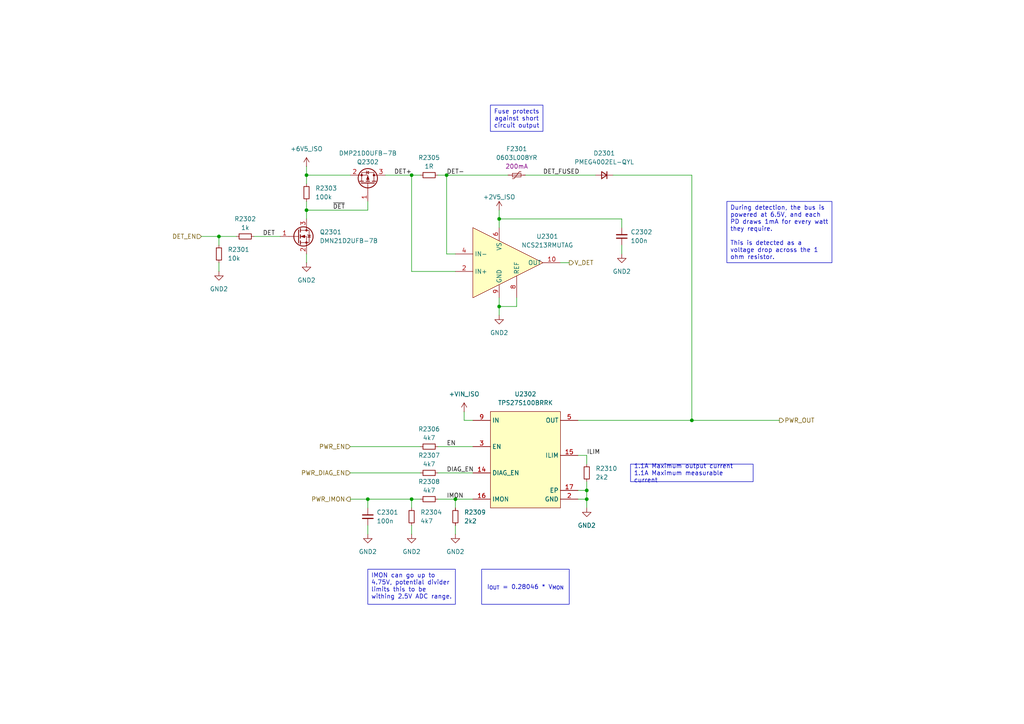
<source format=kicad_sch>
(kicad_sch
	(version 20250114)
	(generator "eeschema")
	(generator_version "9.0")
	(uuid "786f7239-e393-4385-ac76-d5f819cfd1b4")
	(paper "A4")
	(title_block
		(title "MPoE Detection, Switching and Monitoring")
	)
	(lib_symbols
		(symbol "DIODE:PMEG4002EL-QYL"
			(pin_numbers
				(hide yes)
			)
			(pin_names
				(offset 0.254)
				(hide yes)
			)
			(exclude_from_sim no)
			(in_bom yes)
			(on_board yes)
			(property "Reference" "D"
				(at 0 2.54 0)
				(effects
					(font
						(size 1.27 1.27)
					)
				)
			)
			(property "Value" "PMEG4002EL-QYL"
				(at 0 -2.54 0)
				(effects
					(font
						(size 1.27 1.27)
					)
				)
			)
			(property "Footprint" "project_footprints:PMEG4002EL-QYL"
				(at 0 0 0)
				(effects
					(font
						(size 1.27 1.27)
					)
					(hide yes)
				)
			)
			(property "Datasheet" "https://assets.nexperia.com/documents/data-sheet/PMEG4002EL-Q.pdf"
				(at 0 0 90)
				(effects
					(font
						(size 1.27 1.27)
					)
					(hide yes)
				)
			)
			(property "Description" "Diode, small symbol"
				(at 0 0 0)
				(effects
					(font
						(size 1.27 1.27)
					)
					(hide yes)
				)
			)
			(property "Sim.Device" "D"
				(at 0 0 0)
				(effects
					(font
						(size 1.27 1.27)
					)
					(hide yes)
				)
			)
			(property "Sim.Pins" "1=K 2=A"
				(at 0 0 0)
				(effects
					(font
						(size 1.27 1.27)
					)
					(hide yes)
				)
			)
			(property "ki_keywords" "diode"
				(at 0 0 0)
				(effects
					(font
						(size 1.27 1.27)
					)
					(hide yes)
				)
			)
			(property "ki_fp_filters" "TO-???* *_Diode_* *SingleDiode* D_*"
				(at 0 0 0)
				(effects
					(font
						(size 1.27 1.27)
					)
					(hide yes)
				)
			)
			(symbol "PMEG4002EL-QYL_0_1"
				(polyline
					(pts
						(xy -0.762 0) (xy 0.762 0)
					)
					(stroke
						(width 0)
						(type default)
					)
					(fill
						(type none)
					)
				)
				(polyline
					(pts
						(xy -0.762 -1.016) (xy -0.762 1.016)
					)
					(stroke
						(width 0.254)
						(type default)
					)
					(fill
						(type none)
					)
				)
				(polyline
					(pts
						(xy 0.762 -1.016) (xy -0.762 0) (xy 0.762 1.016) (xy 0.762 -1.016)
					)
					(stroke
						(width 0.254)
						(type default)
					)
					(fill
						(type none)
					)
				)
			)
			(symbol "PMEG4002EL-QYL_1_1"
				(pin passive line
					(at -2.54 0 0)
					(length 1.778)
					(name "K"
						(effects
							(font
								(size 1.27 1.27)
							)
						)
					)
					(number "1"
						(effects
							(font
								(size 1.27 1.27)
							)
						)
					)
				)
				(pin passive line
					(at 2.54 0 180)
					(length 1.778)
					(name "A"
						(effects
							(font
								(size 1.27 1.27)
							)
						)
					)
					(number "2"
						(effects
							(font
								(size 1.27 1.27)
							)
						)
					)
				)
			)
			(embedded_fonts no)
		)
		(symbol "Device:C_Small"
			(pin_numbers
				(hide yes)
			)
			(pin_names
				(offset 0.254)
				(hide yes)
			)
			(exclude_from_sim no)
			(in_bom yes)
			(on_board yes)
			(property "Reference" "C"
				(at 0.254 1.778 0)
				(effects
					(font
						(size 1.27 1.27)
					)
					(justify left)
				)
			)
			(property "Value" "C_Small"
				(at 0.254 -2.032 0)
				(effects
					(font
						(size 1.27 1.27)
					)
					(justify left)
				)
			)
			(property "Footprint" ""
				(at 0 0 0)
				(effects
					(font
						(size 1.27 1.27)
					)
					(hide yes)
				)
			)
			(property "Datasheet" "~"
				(at 0 0 0)
				(effects
					(font
						(size 1.27 1.27)
					)
					(hide yes)
				)
			)
			(property "Description" "Unpolarized capacitor, small symbol"
				(at 0 0 0)
				(effects
					(font
						(size 1.27 1.27)
					)
					(hide yes)
				)
			)
			(property "ki_keywords" "capacitor cap"
				(at 0 0 0)
				(effects
					(font
						(size 1.27 1.27)
					)
					(hide yes)
				)
			)
			(property "ki_fp_filters" "C_*"
				(at 0 0 0)
				(effects
					(font
						(size 1.27 1.27)
					)
					(hide yes)
				)
			)
			(symbol "C_Small_0_1"
				(polyline
					(pts
						(xy -1.524 0.508) (xy 1.524 0.508)
					)
					(stroke
						(width 0.3048)
						(type default)
					)
					(fill
						(type none)
					)
				)
				(polyline
					(pts
						(xy -1.524 -0.508) (xy 1.524 -0.508)
					)
					(stroke
						(width 0.3302)
						(type default)
					)
					(fill
						(type none)
					)
				)
			)
			(symbol "C_Small_1_1"
				(pin passive line
					(at 0 2.54 270)
					(length 2.032)
					(name "~"
						(effects
							(font
								(size 1.27 1.27)
							)
						)
					)
					(number "1"
						(effects
							(font
								(size 1.27 1.27)
							)
						)
					)
				)
				(pin passive line
					(at 0 -2.54 90)
					(length 2.032)
					(name "~"
						(effects
							(font
								(size 1.27 1.27)
							)
						)
					)
					(number "2"
						(effects
							(font
								(size 1.27 1.27)
							)
						)
					)
				)
			)
			(embedded_fonts no)
		)
		(symbol "Device:Polyfuse_Small"
			(pin_numbers
				(hide yes)
			)
			(pin_names
				(offset 0)
			)
			(exclude_from_sim no)
			(in_bom yes)
			(on_board yes)
			(property "Reference" "F"
				(at -1.905 0 90)
				(effects
					(font
						(size 1.27 1.27)
					)
				)
			)
			(property "Value" "Polyfuse_Small"
				(at 1.905 0 90)
				(effects
					(font
						(size 1.27 1.27)
					)
				)
			)
			(property "Footprint" ""
				(at 1.27 -5.08 0)
				(effects
					(font
						(size 1.27 1.27)
					)
					(justify left)
					(hide yes)
				)
			)
			(property "Datasheet" "~"
				(at 0 0 0)
				(effects
					(font
						(size 1.27 1.27)
					)
					(hide yes)
				)
			)
			(property "Description" "Resettable fuse, polymeric positive temperature coefficient, small symbol"
				(at 0 0 0)
				(effects
					(font
						(size 1.27 1.27)
					)
					(hide yes)
				)
			)
			(property "ki_keywords" "resettable fuse PTC PPTC polyfuse polyswitch"
				(at 0 0 0)
				(effects
					(font
						(size 1.27 1.27)
					)
					(hide yes)
				)
			)
			(property "ki_fp_filters" "*polyfuse* *PTC*"
				(at 0 0 0)
				(effects
					(font
						(size 1.27 1.27)
					)
					(hide yes)
				)
			)
			(symbol "Polyfuse_Small_0_1"
				(polyline
					(pts
						(xy -1.016 1.27) (xy -1.016 0.762) (xy 1.016 -0.762) (xy 1.016 -1.27)
					)
					(stroke
						(width 0)
						(type default)
					)
					(fill
						(type none)
					)
				)
				(rectangle
					(start -0.508 1.27)
					(end 0.508 -1.27)
					(stroke
						(width 0)
						(type default)
					)
					(fill
						(type none)
					)
				)
				(polyline
					(pts
						(xy 0 2.54) (xy 0 -2.54)
					)
					(stroke
						(width 0)
						(type default)
					)
					(fill
						(type none)
					)
				)
			)
			(symbol "Polyfuse_Small_1_1"
				(pin passive line
					(at 0 2.54 270)
					(length 0.635)
					(name "~"
						(effects
							(font
								(size 1.27 1.27)
							)
						)
					)
					(number "1"
						(effects
							(font
								(size 1.27 1.27)
							)
						)
					)
				)
				(pin passive line
					(at 0 -2.54 90)
					(length 0.635)
					(name "~"
						(effects
							(font
								(size 1.27 1.27)
							)
						)
					)
					(number "2"
						(effects
							(font
								(size 1.27 1.27)
							)
						)
					)
				)
			)
			(embedded_fonts no)
		)
		(symbol "Device:R_Small"
			(pin_numbers
				(hide yes)
			)
			(pin_names
				(offset 0.254)
				(hide yes)
			)
			(exclude_from_sim no)
			(in_bom yes)
			(on_board yes)
			(property "Reference" "R"
				(at 0 0 90)
				(effects
					(font
						(size 1.016 1.016)
					)
				)
			)
			(property "Value" "R_Small"
				(at 1.778 0 90)
				(effects
					(font
						(size 1.27 1.27)
					)
				)
			)
			(property "Footprint" ""
				(at 0 0 0)
				(effects
					(font
						(size 1.27 1.27)
					)
					(hide yes)
				)
			)
			(property "Datasheet" "~"
				(at 0 0 0)
				(effects
					(font
						(size 1.27 1.27)
					)
					(hide yes)
				)
			)
			(property "Description" "Resistor, small symbol"
				(at 0 0 0)
				(effects
					(font
						(size 1.27 1.27)
					)
					(hide yes)
				)
			)
			(property "ki_keywords" "R resistor"
				(at 0 0 0)
				(effects
					(font
						(size 1.27 1.27)
					)
					(hide yes)
				)
			)
			(property "ki_fp_filters" "R_*"
				(at 0 0 0)
				(effects
					(font
						(size 1.27 1.27)
					)
					(hide yes)
				)
			)
			(symbol "R_Small_0_1"
				(rectangle
					(start -0.762 1.778)
					(end 0.762 -1.778)
					(stroke
						(width 0.2032)
						(type default)
					)
					(fill
						(type none)
					)
				)
			)
			(symbol "R_Small_1_1"
				(pin passive line
					(at 0 2.54 270)
					(length 0.762)
					(name "~"
						(effects
							(font
								(size 1.27 1.27)
							)
						)
					)
					(number "1"
						(effects
							(font
								(size 1.27 1.27)
							)
						)
					)
				)
				(pin passive line
					(at 0 -2.54 90)
					(length 0.762)
					(name "~"
						(effects
							(font
								(size 1.27 1.27)
							)
						)
					)
					(number "2"
						(effects
							(font
								(size 1.27 1.27)
							)
						)
					)
				)
			)
			(embedded_fonts no)
		)
		(symbol "MOSFET:DMN21D2UFB-7B"
			(pin_names
				(hide yes)
			)
			(exclude_from_sim no)
			(in_bom yes)
			(on_board yes)
			(property "Reference" "Q"
				(at 11.43 3.81 0)
				(effects
					(font
						(size 1.27 1.27)
					)
					(justify left top)
				)
			)
			(property "Value" "DMN21D2UFB-7B"
				(at 11.43 1.27 0)
				(effects
					(font
						(size 1.27 1.27)
					)
					(justify left top)
				)
			)
			(property "Footprint" "project_footprints:DMN21D2UFB7B"
				(at 11.43 -98.73 0)
				(effects
					(font
						(size 1.27 1.27)
					)
					(justify left top)
					(hide yes)
				)
			)
			(property "Datasheet" "https://componentsearchengine.com/Datasheets/1/DMN21D2UFB-7B.pdf"
				(at 11.43 -198.73 0)
				(effects
					(font
						(size 1.27 1.27)
					)
					(justify left top)
					(hide yes)
				)
			)
			(property "Description" "MOSFET MOSFET BVDSS: 8V-24V X1-DFN1006-3 T&R 10"
				(at 0 -30.48 0)
				(effects
					(font
						(size 1.27 1.27)
					)
					(hide yes)
				)
			)
			(property "Height" "0.53"
				(at 11.43 -398.73 0)
				(effects
					(font
						(size 1.27 1.27)
					)
					(justify left top)
					(hide yes)
				)
			)
			(property "Mouser Part Number" "621-DMN21D2UFB-7B"
				(at 11.43 -498.73 0)
				(effects
					(font
						(size 1.27 1.27)
					)
					(justify left top)
					(hide yes)
				)
			)
			(property "Mouser Price/Stock" ""
				(at 11.43 -598.73 0)
				(effects
					(font
						(size 1.27 1.27)
					)
					(justify left top)
					(hide yes)
				)
			)
			(property "Manufacturer_Name" "Diodes Incorporated"
				(at 11.43 -698.73 0)
				(effects
					(font
						(size 1.27 1.27)
					)
					(justify left top)
					(hide yes)
				)
			)
			(property "Manufacturer_Part_Number" "DMN21D2UFB-7B"
				(at 11.43 -798.73 0)
				(effects
					(font
						(size 1.27 1.27)
					)
					(justify left top)
					(hide yes)
				)
			)
			(symbol "DMN21D2UFB-7B_0_1"
				(polyline
					(pts
						(xy 5.334 1.905) (xy 5.334 -1.905)
					)
					(stroke
						(width 0.254)
						(type default)
					)
					(fill
						(type none)
					)
				)
				(polyline
					(pts
						(xy 5.334 0) (xy 2.54 0)
					)
					(stroke
						(width 0)
						(type default)
					)
					(fill
						(type none)
					)
				)
				(polyline
					(pts
						(xy 5.842 2.286) (xy 5.842 1.27)
					)
					(stroke
						(width 0.254)
						(type default)
					)
					(fill
						(type none)
					)
				)
				(polyline
					(pts
						(xy 5.842 0.508) (xy 5.842 -0.508)
					)
					(stroke
						(width 0.254)
						(type default)
					)
					(fill
						(type none)
					)
				)
				(polyline
					(pts
						(xy 5.842 -1.27) (xy 5.842 -2.286)
					)
					(stroke
						(width 0.254)
						(type default)
					)
					(fill
						(type none)
					)
				)
				(polyline
					(pts
						(xy 5.842 -1.778) (xy 8.382 -1.778) (xy 8.382 1.778) (xy 5.842 1.778)
					)
					(stroke
						(width 0)
						(type default)
					)
					(fill
						(type none)
					)
				)
				(polyline
					(pts
						(xy 6.096 0) (xy 7.112 0.381) (xy 7.112 -0.381) (xy 6.096 0)
					)
					(stroke
						(width 0)
						(type default)
					)
					(fill
						(type outline)
					)
				)
				(circle
					(center 6.731 0)
					(radius 2.794)
					(stroke
						(width 0.254)
						(type default)
					)
					(fill
						(type none)
					)
				)
				(polyline
					(pts
						(xy 7.62 2.54) (xy 7.62 1.778)
					)
					(stroke
						(width 0)
						(type default)
					)
					(fill
						(type none)
					)
				)
				(circle
					(center 7.62 1.778)
					(radius 0.254)
					(stroke
						(width 0)
						(type default)
					)
					(fill
						(type outline)
					)
				)
				(circle
					(center 7.62 -1.778)
					(radius 0.254)
					(stroke
						(width 0)
						(type default)
					)
					(fill
						(type outline)
					)
				)
				(polyline
					(pts
						(xy 7.62 -2.54) (xy 7.62 0) (xy 5.842 0)
					)
					(stroke
						(width 0)
						(type default)
					)
					(fill
						(type none)
					)
				)
				(polyline
					(pts
						(xy 7.874 0.508) (xy 8.001 0.381) (xy 8.763 0.381) (xy 8.89 0.254)
					)
					(stroke
						(width 0)
						(type default)
					)
					(fill
						(type none)
					)
				)
				(polyline
					(pts
						(xy 8.382 0.381) (xy 8.001 -0.254) (xy 8.763 -0.254) (xy 8.382 0.381)
					)
					(stroke
						(width 0)
						(type default)
					)
					(fill
						(type none)
					)
				)
			)
			(symbol "DMN21D2UFB-7B_1_1"
				(pin input line
					(at 0 0 0)
					(length 2.54)
					(name "G"
						(effects
							(font
								(size 1.27 1.27)
							)
						)
					)
					(number "1"
						(effects
							(font
								(size 1.27 1.27)
							)
						)
					)
				)
				(pin passive line
					(at 7.62 5.08 270)
					(length 2.54)
					(name "D"
						(effects
							(font
								(size 1.27 1.27)
							)
						)
					)
					(number "3"
						(effects
							(font
								(size 1.27 1.27)
							)
						)
					)
				)
				(pin passive line
					(at 7.62 -5.08 90)
					(length 2.54)
					(name "S"
						(effects
							(font
								(size 1.27 1.27)
							)
						)
					)
					(number "2"
						(effects
							(font
								(size 1.27 1.27)
							)
						)
					)
				)
			)
			(embedded_fonts no)
		)
		(symbol "MOSFET:DMP21D0UFB-7B"
			(pin_names
				(hide yes)
			)
			(exclude_from_sim no)
			(in_bom yes)
			(on_board yes)
			(property "Reference" "Q"
				(at 3.81 2.54 0)
				(effects
					(font
						(size 1.27 1.27)
					)
					(justify left top)
				)
			)
			(property "Value" "DMP21D0UFB-7B"
				(at 3.81 0 0)
				(effects
					(font
						(size 1.27 1.27)
					)
					(justify left top)
				)
			)
			(property "Footprint" "project_footprints:DMP21D0UFB7B"
				(at 11.43 -98.73 0)
				(effects
					(font
						(size 1.27 1.27)
					)
					(justify left top)
					(hide yes)
				)
			)
			(property "Datasheet" "https://www.diodes.com/assets/Datasheets/DMP21D0UFB.pdf"
				(at 11.43 -198.73 0)
				(effects
					(font
						(size 1.27 1.27)
					)
					(justify left top)
					(hide yes)
				)
			)
			(property "Description" "P-Channel 20 V 770mA (Ta) 430mW (Ta) Surface Mount X1-DFN1006-3"
				(at 0 -13.97 0)
				(effects
					(font
						(size 1.27 1.27)
					)
					(hide yes)
				)
			)
			(property "Height" "0.53"
				(at 11.43 -398.73 0)
				(effects
					(font
						(size 1.27 1.27)
					)
					(justify left top)
					(hide yes)
				)
			)
			(property "Mouser Part Number" "621-DMP21D0UFB-7B"
				(at 11.43 -498.73 0)
				(effects
					(font
						(size 1.27 1.27)
					)
					(justify left top)
					(hide yes)
				)
			)
			(property "Mouser Price/Stock" "https://www.mouser.co.uk/ProductDetail/Diodes-Incorporated/DMP21D0UFB-7B?qs=LpBYLtn23FTBHQvdgGhtnA%3D%3D"
				(at 11.43 -598.73 0)
				(effects
					(font
						(size 1.27 1.27)
					)
					(justify left top)
					(hide yes)
				)
			)
			(property "Manufacturer_Name" "Diodes Incorporated"
				(at 11.43 -698.73 0)
				(effects
					(font
						(size 1.27 1.27)
					)
					(justify left top)
					(hide yes)
				)
			)
			(property "Manufacturer_Part_Number" "DMP21D0UFB-7B"
				(at 11.43 -798.73 0)
				(effects
					(font
						(size 1.27 1.27)
					)
					(justify left top)
					(hide yes)
				)
			)
			(symbol "DMP21D0UFB-7B_0_1"
				(polyline
					(pts
						(xy -2.286 1.905) (xy -2.286 -1.905)
					)
					(stroke
						(width 0.254)
						(type default)
					)
					(fill
						(type none)
					)
				)
				(polyline
					(pts
						(xy -2.286 0) (xy -5.08 0)
					)
					(stroke
						(width 0)
						(type default)
					)
					(fill
						(type none)
					)
				)
				(polyline
					(pts
						(xy -1.778 2.286) (xy -1.778 1.27)
					)
					(stroke
						(width 0.254)
						(type default)
					)
					(fill
						(type none)
					)
				)
				(polyline
					(pts
						(xy -1.778 1.778) (xy 0.762 1.778) (xy 0.762 -1.778) (xy -1.778 -1.778)
					)
					(stroke
						(width 0)
						(type default)
					)
					(fill
						(type none)
					)
				)
				(polyline
					(pts
						(xy -1.778 0.508) (xy -1.778 -0.508)
					)
					(stroke
						(width 0.254)
						(type default)
					)
					(fill
						(type none)
					)
				)
				(polyline
					(pts
						(xy -1.778 -1.27) (xy -1.778 -2.286)
					)
					(stroke
						(width 0.254)
						(type default)
					)
					(fill
						(type none)
					)
				)
				(circle
					(center -0.889 0)
					(radius 2.794)
					(stroke
						(width 0.254)
						(type default)
					)
					(fill
						(type none)
					)
				)
				(polyline
					(pts
						(xy -0.254 0) (xy -1.27 0.381) (xy -1.27 -0.381) (xy -0.254 0)
					)
					(stroke
						(width 0)
						(type default)
					)
					(fill
						(type outline)
					)
				)
				(polyline
					(pts
						(xy 0 2.54) (xy 0 1.778)
					)
					(stroke
						(width 0)
						(type default)
					)
					(fill
						(type none)
					)
				)
				(circle
					(center 0 1.778)
					(radius 0.254)
					(stroke
						(width 0)
						(type default)
					)
					(fill
						(type outline)
					)
				)
				(circle
					(center 0 -1.778)
					(radius 0.254)
					(stroke
						(width 0)
						(type default)
					)
					(fill
						(type outline)
					)
				)
				(polyline
					(pts
						(xy 0 -2.54) (xy 0 0) (xy -1.778 0)
					)
					(stroke
						(width 0)
						(type default)
					)
					(fill
						(type none)
					)
				)
				(polyline
					(pts
						(xy 0.254 -0.508) (xy 0.381 -0.381) (xy 1.143 -0.381) (xy 1.27 -0.254)
					)
					(stroke
						(width 0)
						(type default)
					)
					(fill
						(type none)
					)
				)
				(polyline
					(pts
						(xy 0.762 -0.381) (xy 0.381 0.254) (xy 1.143 0.254) (xy 0.762 -0.381)
					)
					(stroke
						(width 0)
						(type default)
					)
					(fill
						(type none)
					)
				)
			)
			(symbol "DMP21D0UFB-7B_1_1"
				(pin input line
					(at -7.62 0 0)
					(length 2.54)
					(name "G"
						(effects
							(font
								(size 1.27 1.27)
							)
						)
					)
					(number "1"
						(effects
							(font
								(size 1.27 1.27)
							)
						)
					)
				)
				(pin passive line
					(at 0 5.08 270)
					(length 2.54)
					(name "D"
						(effects
							(font
								(size 1.27 1.27)
							)
						)
					)
					(number "3"
						(effects
							(font
								(size 1.27 1.27)
							)
						)
					)
				)
				(pin passive line
					(at 0 -5.08 90)
					(length 2.54)
					(name "S"
						(effects
							(font
								(size 1.27 1.27)
							)
						)
					)
					(number "2"
						(effects
							(font
								(size 1.27 1.27)
							)
						)
					)
				)
			)
			(embedded_fonts no)
		)
		(symbol "PWR-SENSE:NCS213RMUTAG"
			(exclude_from_sim no)
			(in_bom yes)
			(on_board yes)
			(property "Reference" "U"
				(at 0 5.08 0)
				(effects
					(font
						(size 1.27 1.27)
					)
				)
			)
			(property "Value" "NCS213RMUTAG"
				(at 0 2.54 0)
				(effects
					(font
						(size 1.27 1.27)
					)
				)
			)
			(property "Footprint" "project_footprints:NCS213RMUTAG"
				(at 26.67 -94.92 0)
				(effects
					(font
						(size 1.27 1.27)
					)
					(justify left top)
					(hide yes)
				)
			)
			(property "Datasheet" "https://www.onsemi.com/products/signal-conditioning-control/amplifiers-comparators/current-sense-amplifiers/ncs213r"
				(at 26.67 -194.92 0)
				(effects
					(font
						(size 1.27 1.27)
					)
					(justify left top)
					(hide yes)
				)
			)
			(property "Description" "Wide Common Mode Input Range: -0.3 to 26V; Low Offset Voltage: +/-100 V max.; Low Offset Drift: 0.5 V/C max.; Supply Voltage: 2.2 to 26V"
				(at -1.27 -41.91 0)
				(effects
					(font
						(size 1.27 1.27)
					)
					(hide yes)
				)
			)
			(property "Height" "0.6"
				(at 26.67 -394.92 0)
				(effects
					(font
						(size 1.27 1.27)
					)
					(justify left top)
					(hide yes)
				)
			)
			(property "Mouser Part Number" "863-NCS213RMUTAG"
				(at 26.67 -494.92 0)
				(effects
					(font
						(size 1.27 1.27)
					)
					(justify left top)
					(hide yes)
				)
			)
			(property "Mouser Price/Stock" "https://www.mouser.co.uk/ProductDetail/onsemi/NCS213RMUTAG?qs=byeeYqUIh0N1J%2F3iF%252BwVQg%3D%3D"
				(at 26.67 -594.92 0)
				(effects
					(font
						(size 1.27 1.27)
					)
					(justify left top)
					(hide yes)
				)
			)
			(property "Manufacturer_Name" "onsemi"
				(at 26.67 -694.92 0)
				(effects
					(font
						(size 1.27 1.27)
					)
					(justify left top)
					(hide yes)
				)
			)
			(property "Manufacturer_Part_Number" "NCS213RMUTAG"
				(at 26.67 -794.92 0)
				(effects
					(font
						(size 1.27 1.27)
					)
					(justify left top)
					(hide yes)
				)
			)
			(symbol "NCS213RMUTAG_1_1"
				(polyline
					(pts
						(xy -10.16 0) (xy -10.16 -20.32) (xy 10.16 -10.16) (xy -10.16 0)
					)
					(stroke
						(width 0)
						(type solid)
					)
					(fill
						(type background)
					)
				)
				(pin no_connect line
					(at -15.24 -2.54 0)
					(length 5.08)
					(hide yes)
					(name "NC"
						(effects
							(font
								(size 1.27 1.27)
							)
						)
					)
					(number "7"
						(effects
							(font
								(size 1.27 1.27)
							)
						)
					)
				)
				(pin input line
					(at -15.24 -7.62 0)
					(length 5.08)
					(name "IN-"
						(effects
							(font
								(size 1.27 1.27)
							)
						)
					)
					(number "4"
						(effects
							(font
								(size 1.27 1.27)
							)
						)
					)
				)
				(pin input line
					(at -15.24 -7.62 0)
					(length 5.08)
					(hide yes)
					(name "IN-"
						(effects
							(font
								(size 1.27 1.27)
							)
						)
					)
					(number "5"
						(effects
							(font
								(size 1.27 1.27)
							)
						)
					)
				)
				(pin input line
					(at -15.24 -12.7 0)
					(length 5.08)
					(name "IN+"
						(effects
							(font
								(size 1.27 1.27)
							)
						)
					)
					(number "2"
						(effects
							(font
								(size 1.27 1.27)
							)
						)
					)
				)
				(pin input line
					(at -15.24 -12.7 0)
					(length 5.08)
					(hide yes)
					(name "IN+"
						(effects
							(font
								(size 1.27 1.27)
							)
						)
					)
					(number "3"
						(effects
							(font
								(size 1.27 1.27)
							)
						)
					)
				)
				(pin no_connect line
					(at -15.24 -17.78 0)
					(length 5.08)
					(hide yes)
					(name "NC"
						(effects
							(font
								(size 1.27 1.27)
							)
						)
					)
					(number "1"
						(effects
							(font
								(size 1.27 1.27)
							)
						)
					)
				)
				(pin power_in line
					(at -2.54 0 270)
					(length 3.7)
					(name "VS"
						(effects
							(font
								(size 1.27 1.27)
							)
						)
					)
					(number "6"
						(effects
							(font
								(size 1.27 1.27)
							)
						)
					)
				)
				(pin passive line
					(at -2.54 -20.32 90)
					(length 3.7)
					(name "GND"
						(effects
							(font
								(size 1.27 1.27)
							)
						)
					)
					(number "9"
						(effects
							(font
								(size 1.27 1.27)
							)
						)
					)
				)
				(pin input line
					(at 2.54 -20.32 90)
					(length 6.3)
					(name "REF"
						(effects
							(font
								(size 1.27 1.27)
							)
						)
					)
					(number "8"
						(effects
							(font
								(size 1.27 1.27)
							)
						)
					)
				)
				(pin output line
					(at 15.24 -10.16 180)
					(length 5.08)
					(name "OUT"
						(effects
							(font
								(size 1.27 1.27)
							)
						)
					)
					(number "10"
						(effects
							(font
								(size 1.27 1.27)
							)
						)
					)
				)
			)
			(embedded_fonts no)
		)
		(symbol "PWR-SWCH:TPS27S100BRRK"
			(exclude_from_sim no)
			(in_bom yes)
			(on_board yes)
			(property "Reference" "U"
				(at 0 5.08 0)
				(effects
					(font
						(size 1.27 1.27)
					)
				)
			)
			(property "Value" "TPS27S100BRRK"
				(at 0 2.54 0)
				(effects
					(font
						(size 1.27 1.27)
					)
				)
			)
			(property "Footprint" "project_footprints:TPS27S100ARRKR"
				(at 0 -33.02 0)
				(effects
					(font
						(size 1.27 1.27)
					)
					(hide yes)
				)
			)
			(property "Datasheet" "https://www.ti.com/lit/gpn/TPS27S100"
				(at 0 -38.1 0)
				(effects
					(font
						(size 1.27 1.27)
					)
					(hide yes)
				)
			)
			(property "Description" "Power Switch ICs - Power Distribution 40-V, 4-A, 80-m Single-Channel High-Side Switch"
				(at 0 -30.48 0)
				(effects
					(font
						(size 1.27 1.27)
					)
					(hide yes)
				)
			)
			(property "Height" "0.8"
				(at 0 -40.64 0)
				(effects
					(font
						(size 1.27 1.27)
					)
					(hide yes)
				)
			)
			(property "Manufacturer_Name" "Texas Instruments"
				(at 0 -35.56 0)
				(effects
					(font
						(size 1.27 1.27)
					)
					(hide yes)
				)
			)
			(symbol "TPS27S100BRRK_1_1"
				(rectangle
					(start -10.16 0)
					(end 10.16 -27.94)
					(stroke
						(width 0)
						(type solid)
					)
					(fill
						(type background)
					)
				)
				(pin passive line
					(at -15.24 -2.54 0)
					(length 5.08)
					(hide yes)
					(name "IN"
						(effects
							(font
								(size 1.27 1.27)
							)
						)
					)
					(number "10"
						(effects
							(font
								(size 1.27 1.27)
							)
						)
					)
				)
				(pin passive line
					(at -15.24 -2.54 0)
					(length 5.08)
					(hide yes)
					(name "IN"
						(effects
							(font
								(size 1.27 1.27)
							)
						)
					)
					(number "11"
						(effects
							(font
								(size 1.27 1.27)
							)
						)
					)
				)
				(pin passive line
					(at -15.24 -2.54 0)
					(length 5.08)
					(hide yes)
					(name "IN"
						(effects
							(font
								(size 1.27 1.27)
							)
						)
					)
					(number "12"
						(effects
							(font
								(size 1.27 1.27)
							)
						)
					)
				)
				(pin power_in line
					(at -15.24 -2.54 0)
					(length 5.08)
					(name "IN"
						(effects
							(font
								(size 1.27 1.27)
							)
						)
					)
					(number "9"
						(effects
							(font
								(size 1.27 1.27)
							)
						)
					)
				)
				(pin passive line
					(at -15.24 -10.16 0)
					(length 5.08)
					(name "EN"
						(effects
							(font
								(size 1.27 1.27)
							)
						)
					)
					(number "3"
						(effects
							(font
								(size 1.27 1.27)
							)
						)
					)
				)
				(pin passive line
					(at -15.24 -17.78 0)
					(length 5.08)
					(name "DIAG_EN"
						(effects
							(font
								(size 1.27 1.27)
							)
						)
					)
					(number "14"
						(effects
							(font
								(size 1.27 1.27)
							)
						)
					)
				)
				(pin passive line
					(at -15.24 -25.4 0)
					(length 5.08)
					(name "IMON"
						(effects
							(font
								(size 1.27 1.27)
							)
						)
					)
					(number "16"
						(effects
							(font
								(size 1.27 1.27)
							)
						)
					)
				)
				(pin power_out line
					(at 15.24 -2.54 180)
					(length 5.08)
					(name "OUT"
						(effects
							(font
								(size 1.27 1.27)
							)
						)
					)
					(number "5"
						(effects
							(font
								(size 1.27 1.27)
							)
						)
					)
				)
				(pin passive line
					(at 15.24 -2.54 180)
					(length 5.08)
					(hide yes)
					(name "OUT"
						(effects
							(font
								(size 1.27 1.27)
							)
						)
					)
					(number "6"
						(effects
							(font
								(size 1.27 1.27)
							)
						)
					)
				)
				(pin passive line
					(at 15.24 -2.54 180)
					(length 5.08)
					(hide yes)
					(name "OUT"
						(effects
							(font
								(size 1.27 1.27)
							)
						)
					)
					(number "7"
						(effects
							(font
								(size 1.27 1.27)
							)
						)
					)
				)
				(pin passive line
					(at 15.24 -2.54 180)
					(length 5.08)
					(hide yes)
					(name "OUT"
						(effects
							(font
								(size 1.27 1.27)
							)
						)
					)
					(number "8"
						(effects
							(font
								(size 1.27 1.27)
							)
						)
					)
				)
				(pin no_connect line
					(at 15.24 -5.08 180)
					(length 5.08)
					(hide yes)
					(name "NC"
						(effects
							(font
								(size 1.27 1.27)
							)
						)
					)
					(number "13"
						(effects
							(font
								(size 1.27 1.27)
							)
						)
					)
				)
				(pin no_connect line
					(at 15.24 -7.62 180)
					(length 5.08)
					(hide yes)
					(name "NC"
						(effects
							(font
								(size 1.27 1.27)
							)
						)
					)
					(number "1"
						(effects
							(font
								(size 1.27 1.27)
							)
						)
					)
				)
				(pin no_connect line
					(at 15.24 -10.16 180)
					(length 5.08)
					(hide yes)
					(name "NC"
						(effects
							(font
								(size 1.27 1.27)
							)
						)
					)
					(number "4"
						(effects
							(font
								(size 1.27 1.27)
							)
						)
					)
				)
				(pin passive line
					(at 15.24 -12.7 180)
					(length 5.08)
					(name "ILIM"
						(effects
							(font
								(size 1.27 1.27)
							)
						)
					)
					(number "15"
						(effects
							(font
								(size 1.27 1.27)
							)
						)
					)
				)
				(pin passive line
					(at 15.24 -22.86 180)
					(length 5.08)
					(name "EP"
						(effects
							(font
								(size 1.27 1.27)
							)
						)
					)
					(number "17"
						(effects
							(font
								(size 1.27 1.27)
							)
						)
					)
				)
				(pin passive line
					(at 15.24 -25.4 180)
					(length 5.08)
					(name "GND"
						(effects
							(font
								(size 1.27 1.27)
							)
						)
					)
					(number "2"
						(effects
							(font
								(size 1.27 1.27)
							)
						)
					)
				)
			)
			(embedded_fonts no)
		)
		(symbol "PWR-SYM:+2V5_ISO"
			(power)
			(pin_numbers
				(hide yes)
			)
			(pin_names
				(offset 0)
				(hide yes)
			)
			(exclude_from_sim no)
			(in_bom yes)
			(on_board yes)
			(property "Reference" "#PWR"
				(at 0 -3.81 0)
				(effects
					(font
						(size 1.27 1.27)
					)
					(hide yes)
				)
			)
			(property "Value" "+2V5_ISO"
				(at 0 3.556 0)
				(effects
					(font
						(size 1.27 1.27)
					)
				)
			)
			(property "Footprint" ""
				(at 0 0 0)
				(effects
					(font
						(size 1.27 1.27)
					)
					(hide yes)
				)
			)
			(property "Datasheet" ""
				(at 0 0 0)
				(effects
					(font
						(size 1.27 1.27)
					)
					(hide yes)
				)
			)
			(property "Description" "Power symbol creates a global label with name \"+2V5_ISO\""
				(at 0 0 0)
				(effects
					(font
						(size 1.27 1.27)
					)
					(hide yes)
				)
			)
			(property "ki_keywords" "global power"
				(at 0 0 0)
				(effects
					(font
						(size 1.27 1.27)
					)
					(hide yes)
				)
			)
			(symbol "+2V5_ISO_0_1"
				(polyline
					(pts
						(xy -0.762 1.27) (xy 0 2.54)
					)
					(stroke
						(width 0)
						(type default)
					)
					(fill
						(type none)
					)
				)
				(polyline
					(pts
						(xy 0 2.54) (xy 0.762 1.27)
					)
					(stroke
						(width 0)
						(type default)
					)
					(fill
						(type none)
					)
				)
				(polyline
					(pts
						(xy 0 0) (xy 0 2.54)
					)
					(stroke
						(width 0)
						(type default)
					)
					(fill
						(type none)
					)
				)
			)
			(symbol "+2V5_ISO_1_1"
				(pin power_in line
					(at 0 0 90)
					(length 0)
					(name "~"
						(effects
							(font
								(size 1.27 1.27)
							)
						)
					)
					(number "1"
						(effects
							(font
								(size 1.27 1.27)
							)
						)
					)
				)
			)
			(embedded_fonts no)
		)
		(symbol "PWR-SYM:+6V5_ISO"
			(power)
			(pin_numbers
				(hide yes)
			)
			(pin_names
				(offset 0)
				(hide yes)
			)
			(exclude_from_sim no)
			(in_bom yes)
			(on_board yes)
			(property "Reference" "#PWR"
				(at 0 -3.81 0)
				(effects
					(font
						(size 1.27 1.27)
					)
					(hide yes)
				)
			)
			(property "Value" "+6V5_ISO"
				(at 0 3.556 0)
				(effects
					(font
						(size 1.27 1.27)
					)
				)
			)
			(property "Footprint" ""
				(at 0 0 0)
				(effects
					(font
						(size 1.27 1.27)
					)
					(hide yes)
				)
			)
			(property "Datasheet" ""
				(at 0 0 0)
				(effects
					(font
						(size 1.27 1.27)
					)
					(hide yes)
				)
			)
			(property "Description" "Power symbol creates a global label with name \"+6V5_ISO\""
				(at 0 0 0)
				(effects
					(font
						(size 1.27 1.27)
					)
					(hide yes)
				)
			)
			(property "ki_keywords" "global power"
				(at 0 0 0)
				(effects
					(font
						(size 1.27 1.27)
					)
					(hide yes)
				)
			)
			(symbol "+6V5_ISO_0_1"
				(polyline
					(pts
						(xy -0.762 1.27) (xy 0 2.54)
					)
					(stroke
						(width 0)
						(type default)
					)
					(fill
						(type none)
					)
				)
				(polyline
					(pts
						(xy 0 2.54) (xy 0.762 1.27)
					)
					(stroke
						(width 0)
						(type default)
					)
					(fill
						(type none)
					)
				)
				(polyline
					(pts
						(xy 0 0) (xy 0 2.54)
					)
					(stroke
						(width 0)
						(type default)
					)
					(fill
						(type none)
					)
				)
			)
			(symbol "+6V5_ISO_1_1"
				(pin power_in line
					(at 0 0 90)
					(length 0)
					(name "~"
						(effects
							(font
								(size 1.27 1.27)
							)
						)
					)
					(number "1"
						(effects
							(font
								(size 1.27 1.27)
							)
						)
					)
				)
			)
			(embedded_fonts no)
		)
		(symbol "PWR-SYM:+VIN_ISO"
			(power)
			(pin_numbers
				(hide yes)
			)
			(pin_names
				(offset 0)
				(hide yes)
			)
			(exclude_from_sim no)
			(in_bom yes)
			(on_board yes)
			(property "Reference" "#PWR"
				(at 0 -3.81 0)
				(effects
					(font
						(size 1.27 1.27)
					)
					(hide yes)
				)
			)
			(property "Value" "+VIN_ISO"
				(at 0 3.556 0)
				(effects
					(font
						(size 1.27 1.27)
					)
				)
			)
			(property "Footprint" ""
				(at 0 0 0)
				(effects
					(font
						(size 1.27 1.27)
					)
					(hide yes)
				)
			)
			(property "Datasheet" ""
				(at 0 0 0)
				(effects
					(font
						(size 1.27 1.27)
					)
					(hide yes)
				)
			)
			(property "Description" "Power symbol creates a global label with name \"+VIN_ISO\""
				(at 0 0 0)
				(effects
					(font
						(size 1.27 1.27)
					)
					(hide yes)
				)
			)
			(property "ki_keywords" "global power"
				(at 0 0 0)
				(effects
					(font
						(size 1.27 1.27)
					)
					(hide yes)
				)
			)
			(symbol "+VIN_ISO_0_1"
				(polyline
					(pts
						(xy -0.762 1.27) (xy 0 2.54)
					)
					(stroke
						(width 0)
						(type default)
					)
					(fill
						(type none)
					)
				)
				(polyline
					(pts
						(xy 0 2.54) (xy 0.762 1.27)
					)
					(stroke
						(width 0)
						(type default)
					)
					(fill
						(type none)
					)
				)
				(polyline
					(pts
						(xy 0 0) (xy 0 2.54)
					)
					(stroke
						(width 0)
						(type default)
					)
					(fill
						(type none)
					)
				)
			)
			(symbol "+VIN_ISO_1_1"
				(pin power_in line
					(at 0 0 90)
					(length 0)
					(name "~"
						(effects
							(font
								(size 1.27 1.27)
							)
						)
					)
					(number "1"
						(effects
							(font
								(size 1.27 1.27)
							)
						)
					)
				)
			)
			(embedded_fonts no)
		)
		(symbol "power:GND2"
			(power)
			(pin_numbers
				(hide yes)
			)
			(pin_names
				(offset 0)
				(hide yes)
			)
			(exclude_from_sim no)
			(in_bom yes)
			(on_board yes)
			(property "Reference" "#PWR"
				(at 0 -6.35 0)
				(effects
					(font
						(size 1.27 1.27)
					)
					(hide yes)
				)
			)
			(property "Value" "GND2"
				(at 0 -3.81 0)
				(effects
					(font
						(size 1.27 1.27)
					)
				)
			)
			(property "Footprint" ""
				(at 0 0 0)
				(effects
					(font
						(size 1.27 1.27)
					)
					(hide yes)
				)
			)
			(property "Datasheet" ""
				(at 0 0 0)
				(effects
					(font
						(size 1.27 1.27)
					)
					(hide yes)
				)
			)
			(property "Description" "Power symbol creates a global label with name \"GND2\" , ground"
				(at 0 0 0)
				(effects
					(font
						(size 1.27 1.27)
					)
					(hide yes)
				)
			)
			(property "ki_keywords" "global power"
				(at 0 0 0)
				(effects
					(font
						(size 1.27 1.27)
					)
					(hide yes)
				)
			)
			(symbol "GND2_0_1"
				(polyline
					(pts
						(xy 0 0) (xy 0 -1.27) (xy 1.27 -1.27) (xy 0 -2.54) (xy -1.27 -1.27) (xy 0 -1.27)
					)
					(stroke
						(width 0)
						(type default)
					)
					(fill
						(type none)
					)
				)
			)
			(symbol "GND2_1_1"
				(pin power_in line
					(at 0 0 270)
					(length 0)
					(name "~"
						(effects
							(font
								(size 1.27 1.27)
							)
						)
					)
					(number "1"
						(effects
							(font
								(size 1.27 1.27)
							)
						)
					)
				)
			)
			(embedded_fonts no)
		)
	)
	(text_box "IMON can go up to 4.75V, potential divider limits this to be withing 2.5V ADC range."
		(exclude_from_sim no)
		(at 106.68 165.1 0)
		(size 25.4 10.16)
		(margins 0.9525 0.9525 0.9525 0.9525)
		(stroke
			(width 0)
			(type solid)
		)
		(fill
			(type none)
		)
		(effects
			(font
				(size 1.27 1.27)
			)
			(justify left top)
		)
		(uuid "1348522a-810f-4a3c-8804-a3c7dddac582")
	)
	(text_box "Fuse protects against short circuit output"
		(exclude_from_sim no)
		(at 142.24 30.48 0)
		(size 15.24 7.62)
		(margins 0.9525 0.9525 0.9525 0.9525)
		(stroke
			(width 0)
			(type solid)
		)
		(fill
			(type none)
		)
		(effects
			(font
				(size 1.27 1.27)
			)
		)
		(uuid "4067ead0-a9a4-4bad-af15-54e37572396e")
	)
	(text_box "During detection, the bus is powered at 6.5V, and each PD draws 1mA for every watt they require.\n\nThis is detected as a voltage drop across the 1 ohm resistor."
		(exclude_from_sim no)
		(at 210.82 58.42 0)
		(size 30.48 17.78)
		(margins 0.9525 0.9525 0.9525 0.9525)
		(stroke
			(width 0)
			(type solid)
		)
		(fill
			(type none)
		)
		(effects
			(font
				(size 1.27 1.27)
			)
			(justify left)
		)
		(uuid "756de5e0-0f44-4ccd-8e45-cb69b737070e")
	)
	(text_box "1.1A Maximum output current\n1.1A Maximum measurable current"
		(exclude_from_sim no)
		(at 182.88 134.62 0)
		(size 35.56 5.08)
		(margins 0.9525 0.9525 0.9525 0.9525)
		(stroke
			(width 0)
			(type solid)
		)
		(fill
			(type none)
		)
		(effects
			(font
				(size 1.27 1.27)
			)
			(justify left)
		)
		(uuid "76c2e417-e4f1-4bfe-bd02-080a9d804d76")
	)
	(text_box "I_{OUT} = 0.28046 * V_{MON}"
		(exclude_from_sim no)
		(at 139.7 165.1 0)
		(size 25.4 10.16)
		(margins 0.9525 0.9525 0.9525 0.9525)
		(stroke
			(width 0)
			(type solid)
		)
		(fill
			(type none)
		)
		(effects
			(font
				(size 1.27 1.27)
			)
		)
		(uuid "e1be6ec9-db21-421b-826b-378939d2f9b2")
	)
	(junction
		(at 144.78 63.5)
		(diameter 0)
		(color 0 0 0 0)
		(uuid "011680cb-0086-4855-98b4-107cff703ced")
	)
	(junction
		(at 132.08 144.78)
		(diameter 0)
		(color 0 0 0 0)
		(uuid "0be05ab5-4c81-4308-952b-d968e5691985")
	)
	(junction
		(at 88.9 60.96)
		(diameter 0)
		(color 0 0 0 0)
		(uuid "1bf71ef7-ac24-4a57-97b2-242fbd91e19d")
	)
	(junction
		(at 200.66 121.92)
		(diameter 0)
		(color 0 0 0 0)
		(uuid "275039a5-73b8-4c75-ba03-813d3ad2fc6e")
	)
	(junction
		(at 119.38 144.78)
		(diameter 0)
		(color 0 0 0 0)
		(uuid "27cdf393-1157-4170-85ac-8640d56f7e93")
	)
	(junction
		(at 119.38 50.8)
		(diameter 0)
		(color 0 0 0 0)
		(uuid "45172534-babd-40bf-9dbe-c0a999c3232a")
	)
	(junction
		(at 63.5 68.58)
		(diameter 0)
		(color 0 0 0 0)
		(uuid "6ec4a403-e462-4bd1-8982-3f401fd9650a")
	)
	(junction
		(at 88.9 50.8)
		(diameter 0)
		(color 0 0 0 0)
		(uuid "793eefc7-ef7e-44d5-8eca-8097b656223c")
	)
	(junction
		(at 129.54 50.8)
		(diameter 0)
		(color 0 0 0 0)
		(uuid "8943989b-f0df-4d0a-8f3f-3c01e879504d")
	)
	(junction
		(at 144.78 88.9)
		(diameter 0)
		(color 0 0 0 0)
		(uuid "9dfa2306-761d-447e-962b-0e7b821e15fb")
	)
	(junction
		(at 170.18 142.24)
		(diameter 0)
		(color 0 0 0 0)
		(uuid "a5c59a24-771a-417e-9183-a82eda9097de")
	)
	(junction
		(at 170.18 144.78)
		(diameter 0)
		(color 0 0 0 0)
		(uuid "b4392d6b-c03e-4ed1-85cb-9420748d58f3")
	)
	(junction
		(at 106.68 144.78)
		(diameter 0)
		(color 0 0 0 0)
		(uuid "b5f22548-7e0d-4419-aa1e-766f10efaa7b")
	)
	(wire
		(pts
			(xy 88.9 50.8) (xy 101.6 50.8)
		)
		(stroke
			(width 0)
			(type default)
		)
		(uuid "0aefa39f-fa45-44ee-a0d5-199495a53b5a")
	)
	(wire
		(pts
			(xy 88.9 60.96) (xy 88.9 63.5)
		)
		(stroke
			(width 0)
			(type default)
		)
		(uuid "0c4ad77b-5244-4bed-8a9b-75b7a8f4b04e")
	)
	(wire
		(pts
			(xy 170.18 144.78) (xy 170.18 142.24)
		)
		(stroke
			(width 0)
			(type default)
		)
		(uuid "0f1a627b-3b06-4ad4-a89b-e93c7b430525")
	)
	(wire
		(pts
			(xy 127 129.54) (xy 137.16 129.54)
		)
		(stroke
			(width 0)
			(type default)
		)
		(uuid "0f1dea33-fb63-4b2a-aa7c-0d43b19e6409")
	)
	(wire
		(pts
			(xy 129.54 50.8) (xy 147.32 50.8)
		)
		(stroke
			(width 0)
			(type default)
		)
		(uuid "1477121d-4b5d-432a-a889-3acd86208d8b")
	)
	(wire
		(pts
			(xy 63.5 68.58) (xy 68.58 68.58)
		)
		(stroke
			(width 0)
			(type default)
		)
		(uuid "175f3c48-a551-4816-8dc6-378b29880175")
	)
	(wire
		(pts
			(xy 132.08 73.66) (xy 129.54 73.66)
		)
		(stroke
			(width 0)
			(type default)
		)
		(uuid "20fdabb3-8c30-4fa9-ba56-fb1c3d38a491")
	)
	(wire
		(pts
			(xy 144.78 60.96) (xy 144.78 63.5)
		)
		(stroke
			(width 0)
			(type default)
		)
		(uuid "2c1b0923-e3d2-49ce-80df-0b41db8351d7")
	)
	(wire
		(pts
			(xy 180.34 71.12) (xy 180.34 73.66)
		)
		(stroke
			(width 0)
			(type default)
		)
		(uuid "2cc99bb2-571e-4ee3-a9bf-6ba6a2b75d30")
	)
	(wire
		(pts
			(xy 119.38 144.78) (xy 121.92 144.78)
		)
		(stroke
			(width 0)
			(type default)
		)
		(uuid "2fcce42c-f3cf-4f86-a15e-df95cc047396")
	)
	(wire
		(pts
			(xy 101.6 137.16) (xy 121.92 137.16)
		)
		(stroke
			(width 0)
			(type default)
		)
		(uuid "3ab569f9-4772-4a15-bc91-7c135e25a301")
	)
	(wire
		(pts
			(xy 106.68 152.4) (xy 106.68 154.94)
		)
		(stroke
			(width 0)
			(type default)
		)
		(uuid "41545809-c416-480a-b928-57be9a23b234")
	)
	(wire
		(pts
			(xy 162.56 76.2) (xy 165.1 76.2)
		)
		(stroke
			(width 0)
			(type default)
		)
		(uuid "4ee4559e-feb5-43fc-913e-1cf229df5390")
	)
	(wire
		(pts
			(xy 88.9 58.42) (xy 88.9 60.96)
		)
		(stroke
			(width 0)
			(type default)
		)
		(uuid "51b46514-1f35-4434-abba-c3514f992d92")
	)
	(wire
		(pts
			(xy 106.68 144.78) (xy 106.68 147.32)
		)
		(stroke
			(width 0)
			(type default)
		)
		(uuid "613959ec-bcd9-4675-920f-8ac4add5ba00")
	)
	(wire
		(pts
			(xy 106.68 58.42) (xy 106.68 60.96)
		)
		(stroke
			(width 0)
			(type default)
		)
		(uuid "6931f87f-8e94-4546-8c6c-9394fc68e26d")
	)
	(wire
		(pts
			(xy 177.8 50.8) (xy 200.66 50.8)
		)
		(stroke
			(width 0)
			(type default)
		)
		(uuid "6cae5211-3c41-4d94-8aa3-341e797bc3b8")
	)
	(wire
		(pts
			(xy 149.86 88.9) (xy 149.86 86.36)
		)
		(stroke
			(width 0)
			(type default)
		)
		(uuid "6d7f2945-6147-4575-ba88-5b88ee973f56")
	)
	(wire
		(pts
			(xy 58.42 68.58) (xy 63.5 68.58)
		)
		(stroke
			(width 0)
			(type default)
		)
		(uuid "760ffbd5-56f7-455d-9298-323011262942")
	)
	(wire
		(pts
			(xy 127 50.8) (xy 129.54 50.8)
		)
		(stroke
			(width 0)
			(type default)
		)
		(uuid "7c4d6eb5-4821-4655-aeeb-d65c9f59427c")
	)
	(wire
		(pts
			(xy 170.18 144.78) (xy 170.18 147.32)
		)
		(stroke
			(width 0)
			(type default)
		)
		(uuid "7cb9b1f9-7419-4ad3-a714-706b5c1d5610")
	)
	(wire
		(pts
			(xy 101.6 144.78) (xy 106.68 144.78)
		)
		(stroke
			(width 0)
			(type default)
		)
		(uuid "7ee634fd-ec42-497d-b70b-9727ec418424")
	)
	(wire
		(pts
			(xy 119.38 78.74) (xy 132.08 78.74)
		)
		(stroke
			(width 0)
			(type default)
		)
		(uuid "7ee654ea-7d72-4db7-b467-169cf6e8dd9c")
	)
	(wire
		(pts
			(xy 63.5 71.12) (xy 63.5 68.58)
		)
		(stroke
			(width 0)
			(type default)
		)
		(uuid "7f9ddc2b-4550-4906-a229-cc56e4297359")
	)
	(wire
		(pts
			(xy 180.34 63.5) (xy 180.34 66.04)
		)
		(stroke
			(width 0)
			(type default)
		)
		(uuid "804b999b-df37-4692-a83f-41207e30e1e5")
	)
	(wire
		(pts
			(xy 167.64 142.24) (xy 170.18 142.24)
		)
		(stroke
			(width 0)
			(type default)
		)
		(uuid "806f043f-8a89-49b8-be7a-a676b85836b4")
	)
	(wire
		(pts
			(xy 144.78 63.5) (xy 144.78 66.04)
		)
		(stroke
			(width 0)
			(type default)
		)
		(uuid "847815a5-95ba-46c7-b177-4e54e728db3d")
	)
	(wire
		(pts
			(xy 132.08 144.78) (xy 132.08 147.32)
		)
		(stroke
			(width 0)
			(type default)
		)
		(uuid "85160b3b-3ee2-40f7-a1f6-123d2abe9d13")
	)
	(wire
		(pts
			(xy 88.9 73.66) (xy 88.9 76.2)
		)
		(stroke
			(width 0)
			(type default)
		)
		(uuid "8810788e-5322-41e8-8aef-bbf991f3fafb")
	)
	(wire
		(pts
			(xy 88.9 50.8) (xy 88.9 53.34)
		)
		(stroke
			(width 0)
			(type default)
		)
		(uuid "88127e0d-7c14-45c4-80a8-05d622fb9bab")
	)
	(wire
		(pts
			(xy 106.68 144.78) (xy 119.38 144.78)
		)
		(stroke
			(width 0)
			(type default)
		)
		(uuid "8d34d5e0-702e-4713-ab33-e7d0fa4ce80c")
	)
	(wire
		(pts
			(xy 144.78 91.44) (xy 144.78 88.9)
		)
		(stroke
			(width 0)
			(type default)
		)
		(uuid "90b051bb-10f5-4866-b68b-253cf092a673")
	)
	(wire
		(pts
			(xy 119.38 50.8) (xy 121.92 50.8)
		)
		(stroke
			(width 0)
			(type default)
		)
		(uuid "973ec2d4-3215-4afd-ab57-05fa4cd3d219")
	)
	(wire
		(pts
			(xy 170.18 132.08) (xy 170.18 134.62)
		)
		(stroke
			(width 0)
			(type default)
		)
		(uuid "97435e00-48c9-48f3-ae1e-3eed456d6d53")
	)
	(wire
		(pts
			(xy 170.18 139.7) (xy 170.18 142.24)
		)
		(stroke
			(width 0)
			(type default)
		)
		(uuid "983f1b93-9cb9-4b8c-9edc-e0b538fd6aea")
	)
	(wire
		(pts
			(xy 167.64 132.08) (xy 170.18 132.08)
		)
		(stroke
			(width 0)
			(type default)
		)
		(uuid "998aaf9c-f10c-4fc4-9816-f244421338fc")
	)
	(wire
		(pts
			(xy 132.08 144.78) (xy 137.16 144.78)
		)
		(stroke
			(width 0)
			(type default)
		)
		(uuid "99bd4b7b-a523-4910-889a-48f944e92e74")
	)
	(wire
		(pts
			(xy 119.38 50.8) (xy 119.38 78.74)
		)
		(stroke
			(width 0)
			(type default)
		)
		(uuid "9a239085-04f0-4ff0-bb5f-19d5e7dbf8cf")
	)
	(wire
		(pts
			(xy 127 137.16) (xy 137.16 137.16)
		)
		(stroke
			(width 0)
			(type default)
		)
		(uuid "9a974107-dcc2-4856-bd4a-5f76b4e8670d")
	)
	(wire
		(pts
			(xy 167.64 121.92) (xy 200.66 121.92)
		)
		(stroke
			(width 0)
			(type default)
		)
		(uuid "9eec65b8-d68b-4f8c-ad8f-111358bde54d")
	)
	(wire
		(pts
			(xy 200.66 50.8) (xy 200.66 121.92)
		)
		(stroke
			(width 0)
			(type default)
		)
		(uuid "a5995bc2-9dab-46b7-b9c9-264ac17105f4")
	)
	(wire
		(pts
			(xy 106.68 60.96) (xy 88.9 60.96)
		)
		(stroke
			(width 0)
			(type default)
		)
		(uuid "a627f264-41b4-4a7a-b3e7-00a4402b0258")
	)
	(wire
		(pts
			(xy 101.6 129.54) (xy 121.92 129.54)
		)
		(stroke
			(width 0)
			(type default)
		)
		(uuid "a73efc24-573e-41c6-9881-7a9a084adf70")
	)
	(wire
		(pts
			(xy 88.9 48.26) (xy 88.9 50.8)
		)
		(stroke
			(width 0)
			(type default)
		)
		(uuid "ad17e7c6-ff04-43f1-bab0-9759de5ec374")
	)
	(wire
		(pts
			(xy 144.78 86.36) (xy 144.78 88.9)
		)
		(stroke
			(width 0)
			(type default)
		)
		(uuid "ada548e8-d977-4fc8-92e9-7bd94ebbccf0")
	)
	(wire
		(pts
			(xy 132.08 152.4) (xy 132.08 154.94)
		)
		(stroke
			(width 0)
			(type default)
		)
		(uuid "ae6c1064-938f-40de-a32e-c9209355b09c")
	)
	(wire
		(pts
			(xy 119.38 144.78) (xy 119.38 147.32)
		)
		(stroke
			(width 0)
			(type default)
		)
		(uuid "b247127a-9d3c-4a62-b296-9b58bac474c1")
	)
	(wire
		(pts
			(xy 144.78 88.9) (xy 149.86 88.9)
		)
		(stroke
			(width 0)
			(type default)
		)
		(uuid "b582cb36-0406-47e6-9c9f-181f0eff3d3c")
	)
	(wire
		(pts
			(xy 127 144.78) (xy 132.08 144.78)
		)
		(stroke
			(width 0)
			(type default)
		)
		(uuid "b5d1bf21-6f98-4f4e-8565-71fe7de43ffc")
	)
	(wire
		(pts
			(xy 129.54 50.8) (xy 129.54 73.66)
		)
		(stroke
			(width 0)
			(type default)
		)
		(uuid "bb8421bc-0c15-4d08-8b28-1421cad720a2")
	)
	(wire
		(pts
			(xy 73.66 68.58) (xy 81.28 68.58)
		)
		(stroke
			(width 0)
			(type default)
		)
		(uuid "bbb1d352-6592-4ca8-813a-99ceef0c713b")
	)
	(wire
		(pts
			(xy 200.66 121.92) (xy 226.06 121.92)
		)
		(stroke
			(width 0)
			(type default)
		)
		(uuid "c26da145-c29c-4a30-ba64-3ba534238ee8")
	)
	(wire
		(pts
			(xy 111.76 50.8) (xy 119.38 50.8)
		)
		(stroke
			(width 0)
			(type default)
		)
		(uuid "c86e80b4-303e-47c7-b479-ca61ddefaaa5")
	)
	(wire
		(pts
			(xy 134.62 121.92) (xy 137.16 121.92)
		)
		(stroke
			(width 0)
			(type default)
		)
		(uuid "cd84d179-f599-4ed5-8f23-480c159171e6")
	)
	(wire
		(pts
			(xy 63.5 76.2) (xy 63.5 78.74)
		)
		(stroke
			(width 0)
			(type default)
		)
		(uuid "e80c71d2-4400-49d9-9cdd-32aa9972f7c6")
	)
	(wire
		(pts
			(xy 180.34 63.5) (xy 144.78 63.5)
		)
		(stroke
			(width 0)
			(type default)
		)
		(uuid "ef2caeed-7596-4011-9f88-0692632fbd81")
	)
	(wire
		(pts
			(xy 134.62 119.38) (xy 134.62 121.92)
		)
		(stroke
			(width 0)
			(type default)
		)
		(uuid "f0fd2bc1-d782-4c86-a680-1bb27e027c41")
	)
	(wire
		(pts
			(xy 167.64 144.78) (xy 170.18 144.78)
		)
		(stroke
			(width 0)
			(type default)
		)
		(uuid "f105f51a-42bb-46ed-acdb-2fa1da4971db")
	)
	(wire
		(pts
			(xy 119.38 152.4) (xy 119.38 154.94)
		)
		(stroke
			(width 0)
			(type default)
		)
		(uuid "f34a0900-bc0e-4457-9249-44b2c53985ba")
	)
	(wire
		(pts
			(xy 152.4 50.8) (xy 172.72 50.8)
		)
		(stroke
			(width 0)
			(type default)
		)
		(uuid "fe62ca83-d002-4cef-9295-3d47df80942c")
	)
	(label "ILIM"
		(at 170.18 132.08 0)
		(effects
			(font
				(size 1.27 1.27)
			)
			(justify left bottom)
		)
		(uuid "0d16ed75-dc62-4047-9a86-20750ca72287")
	)
	(label "~{DET}"
		(at 96.52 60.96 0)
		(effects
			(font
				(size 1.27 1.27)
			)
			(justify left bottom)
		)
		(uuid "0f2d9475-766d-4dcc-baf7-442bcdab0228")
	)
	(label "DET-"
		(at 129.54 50.8 0)
		(effects
			(font
				(size 1.27 1.27)
			)
			(justify left bottom)
		)
		(uuid "490bad7c-b7cd-428e-bec2-4896367fb4f8")
	)
	(label "DET_FUSED"
		(at 157.48 50.8 0)
		(effects
			(font
				(size 1.27 1.27)
			)
			(justify left bottom)
		)
		(uuid "8641fae5-c0b0-4b74-9854-5e596746d7af")
	)
	(label "DET+"
		(at 114.3 50.8 0)
		(effects
			(font
				(size 1.27 1.27)
			)
			(justify left bottom)
		)
		(uuid "a5e8128a-0dfb-4ff9-ba31-6715dc9b93b5")
	)
	(label "DIAG_EN"
		(at 129.54 137.16 0)
		(effects
			(font
				(size 1.27 1.27)
			)
			(justify left bottom)
		)
		(uuid "c13bebe6-f2de-41aa-a0a1-fa48e53f78c6")
	)
	(label "IMON"
		(at 129.54 144.78 0)
		(effects
			(font
				(size 1.27 1.27)
			)
			(justify left bottom)
		)
		(uuid "c4fc9df6-0aa9-4ab7-bd28-bd1aae5fd265")
	)
	(label "DET"
		(at 76.2 68.58 0)
		(effects
			(font
				(size 1.27 1.27)
			)
			(justify left bottom)
		)
		(uuid "d0953d1d-875a-4918-b893-d81aebb9a1da")
	)
	(label "EN"
		(at 129.54 129.54 0)
		(effects
			(font
				(size 1.27 1.27)
			)
			(justify left bottom)
		)
		(uuid "d6df5d1f-4d37-4489-a6f7-18534de19203")
	)
	(hierarchical_label "PWR_OUT"
		(shape output)
		(at 226.06 121.92 0)
		(effects
			(font
				(size 1.27 1.27)
			)
			(justify left)
		)
		(uuid "0ead28f0-6ef0-4f58-b0f0-2ffad1e81d9a")
	)
	(hierarchical_label "PWR_IMON"
		(shape output)
		(at 101.6 144.78 180)
		(effects
			(font
				(size 1.27 1.27)
			)
			(justify right)
		)
		(uuid "19e9f77c-becf-405b-a7ca-93e9355f649e")
	)
	(hierarchical_label "PWR_DIAG_EN"
		(shape input)
		(at 101.6 137.16 180)
		(effects
			(font
				(size 1.27 1.27)
			)
			(justify right)
		)
		(uuid "4bf1e920-4f81-4811-886b-5df3ffda2f30")
	)
	(hierarchical_label "V_DET"
		(shape output)
		(at 165.1 76.2 0)
		(effects
			(font
				(size 1.27 1.27)
			)
			(justify left)
		)
		(uuid "a9083cf3-0e51-4b69-a552-5f5208c97a37")
	)
	(hierarchical_label "DET_EN"
		(shape input)
		(at 58.42 68.58 180)
		(effects
			(font
				(size 1.27 1.27)
			)
			(justify right)
		)
		(uuid "b0fe7983-a702-4efa-a822-95d88949728a")
	)
	(hierarchical_label "PWR_EN"
		(shape input)
		(at 101.6 129.54 180)
		(effects
			(font
				(size 1.27 1.27)
			)
			(justify right)
		)
		(uuid "b8e86534-3789-45f8-981e-b02ebfd29a2c")
	)
	(symbol
		(lib_id "PWR-SYM:+VIN_ISO")
		(at 134.62 119.38 0)
		(unit 1)
		(exclude_from_sim no)
		(in_bom yes)
		(on_board yes)
		(dnp no)
		(fields_autoplaced yes)
		(uuid "006e3551-0a55-497e-b6db-994b96467f44")
		(property "Reference" "#PWR02307"
			(at 134.62 123.19 0)
			(effects
				(font
					(size 1.27 1.27)
				)
				(hide yes)
			)
		)
		(property "Value" "+VIN_ISO"
			(at 134.62 114.3 0)
			(effects
				(font
					(size 1.27 1.27)
				)
			)
		)
		(property "Footprint" ""
			(at 134.62 119.38 0)
			(effects
				(font
					(size 1.27 1.27)
				)
				(hide yes)
			)
		)
		(property "Datasheet" ""
			(at 134.62 119.38 0)
			(effects
				(font
					(size 1.27 1.27)
				)
				(hide yes)
			)
		)
		(property "Description" "Power symbol creates a global label with name \"+VIN_ISO\""
			(at 134.62 119.38 0)
			(effects
				(font
					(size 1.27 1.27)
				)
				(hide yes)
			)
		)
		(pin "1"
			(uuid "5c328948-bb0e-4ad7-a576-d97ac32c3d0d")
		)
		(instances
			(project "switch_main_v4"
				(path "/a5e57332-4284-4d3c-ab3c-13bc0ddb29b6/1d1a9833-050c-427e-aa22-8f19cbf4f64e/e9846aa4-90cc-45b1-b765-c8bee700c5be"
					(reference "#PWR02307")
					(unit 1)
				)
			)
		)
	)
	(symbol
		(lib_id "PWR-SYM:+6V5_ISO")
		(at 88.9 48.26 0)
		(unit 1)
		(exclude_from_sim no)
		(in_bom yes)
		(on_board yes)
		(dnp no)
		(fields_autoplaced yes)
		(uuid "1408be3c-36e0-4d58-9a44-b15c0d41579f")
		(property "Reference" "#PWR02302"
			(at 88.9 52.07 0)
			(effects
				(font
					(size 1.27 1.27)
				)
				(hide yes)
			)
		)
		(property "Value" "+6V5_ISO"
			(at 88.9 43.18 0)
			(effects
				(font
					(size 1.27 1.27)
				)
			)
		)
		(property "Footprint" ""
			(at 88.9 48.26 0)
			(effects
				(font
					(size 1.27 1.27)
				)
				(hide yes)
			)
		)
		(property "Datasheet" ""
			(at 88.9 48.26 0)
			(effects
				(font
					(size 1.27 1.27)
				)
				(hide yes)
			)
		)
		(property "Description" "Power symbol creates a global label with name \"+6V5_ISO\""
			(at 88.9 48.26 0)
			(effects
				(font
					(size 1.27 1.27)
				)
				(hide yes)
			)
		)
		(pin "1"
			(uuid "22f60748-c058-487b-83d3-b6baaafd32ae")
		)
		(instances
			(project "switch_main_v4"
				(path "/a5e57332-4284-4d3c-ab3c-13bc0ddb29b6/1d1a9833-050c-427e-aa22-8f19cbf4f64e/e9846aa4-90cc-45b1-b765-c8bee700c5be"
					(reference "#PWR02302")
					(unit 1)
				)
			)
		)
	)
	(symbol
		(lib_id "PWR-SWCH:TPS27S100BRRK")
		(at 152.4 119.38 0)
		(unit 1)
		(exclude_from_sim no)
		(in_bom yes)
		(on_board yes)
		(dnp no)
		(fields_autoplaced yes)
		(uuid "17904057-46b2-4cbf-93ed-f7ddf9406068")
		(property "Reference" "U2302"
			(at 152.4 114.3 0)
			(effects
				(font
					(size 1.27 1.27)
				)
			)
		)
		(property "Value" "TPS27S100BRRK"
			(at 152.4 116.84 0)
			(effects
				(font
					(size 1.27 1.27)
				)
			)
		)
		(property "Footprint" "project_footprints:TPS27S100ARRKR"
			(at 152.4 160.02 0)
			(effects
				(font
					(size 1.27 1.27)
				)
				(hide yes)
			)
		)
		(property "Datasheet" "https://www.ti.com/lit/gpn/TPS27S100"
			(at 152.4 165.1 0)
			(effects
				(font
					(size 1.27 1.27)
				)
				(hide yes)
			)
		)
		(property "Description" "Power Switch ICs - Power Distribution 40-V, 4-A, 80-m Single-Channel High-Side Switch"
			(at 152.4 157.48 0)
			(effects
				(font
					(size 1.27 1.27)
				)
				(hide yes)
			)
		)
		(property "Height" "0.8"
			(at 152.4 167.64 0)
			(effects
				(font
					(size 1.27 1.27)
				)
				(hide yes)
			)
		)
		(property "Manufacturer_Name" "Texas Instruments"
			(at 152.4 162.56 0)
			(effects
				(font
					(size 1.27 1.27)
				)
				(hide yes)
			)
		)
		(pin "12"
			(uuid "a22920ae-4a93-4c15-a27c-68a07a990cab")
		)
		(pin "14"
			(uuid "4ea19519-8a25-422d-96f1-b328a3d54b1c")
		)
		(pin "16"
			(uuid "a3103e79-38b6-4ea2-a341-245ffd1a97e2")
		)
		(pin "8"
			(uuid "a4fe0116-a90d-4a72-ab1d-4e247e9ccb8a")
		)
		(pin "9"
			(uuid "d69bf925-15e1-4b27-860a-1cfaeb296aee")
		)
		(pin "1"
			(uuid "6bbaaad9-b5f2-4b39-ab9e-43a1082f44e6")
		)
		(pin "5"
			(uuid "839883ae-bb67-43b9-8488-6bb8b122ab79")
		)
		(pin "13"
			(uuid "00132674-be11-47e3-9193-4661825c9e06")
		)
		(pin "4"
			(uuid "6b517012-ae0f-4460-98c2-431ef1fea9c7")
		)
		(pin "10"
			(uuid "c55a33e9-1ff7-401d-8045-e43f5e7400fa")
		)
		(pin "7"
			(uuid "ee4d749a-3205-4985-ac25-2a9f4574b724")
		)
		(pin "15"
			(uuid "4a28bfb1-2657-46be-bcfd-d0a62ff91d56")
		)
		(pin "17"
			(uuid "82d45ce7-c7fa-4269-a38a-ff10727e5cc7")
		)
		(pin "3"
			(uuid "e29e87a2-9a07-4a86-8693-43d5ca9b6fb2")
		)
		(pin "11"
			(uuid "02b5a40b-c648-40a7-855a-4bae5d2551d0")
		)
		(pin "2"
			(uuid "71f89ae1-990a-44f2-bc44-070e7feea29d")
		)
		(pin "6"
			(uuid "89e4c652-9f1a-4694-b439-4bca6fe4b818")
		)
		(instances
			(project "switch_main_v4"
				(path "/a5e57332-4284-4d3c-ab3c-13bc0ddb29b6/1d1a9833-050c-427e-aa22-8f19cbf4f64e/e9846aa4-90cc-45b1-b765-c8bee700c5be"
					(reference "U2302")
					(unit 1)
				)
			)
		)
	)
	(symbol
		(lib_id "Device:R_Small")
		(at 71.12 68.58 270)
		(unit 1)
		(exclude_from_sim no)
		(in_bom yes)
		(on_board yes)
		(dnp no)
		(fields_autoplaced yes)
		(uuid "1d02c0b1-9f95-4941-9425-4bab91d413d4")
		(property "Reference" "R2302"
			(at 71.12 63.5 90)
			(effects
				(font
					(size 1.27 1.27)
				)
			)
		)
		(property "Value" "1k"
			(at 71.12 66.04 90)
			(effects
				(font
					(size 1.27 1.27)
				)
			)
		)
		(property "Footprint" "Resistor_SMD:R_0402_1005Metric"
			(at 71.12 68.58 0)
			(effects
				(font
					(size 1.27 1.27)
				)
				(hide yes)
			)
		)
		(property "Datasheet" "~"
			(at 71.12 68.58 0)
			(effects
				(font
					(size 1.27 1.27)
				)
				(hide yes)
			)
		)
		(property "Description" "Resistor, small symbol"
			(at 71.12 68.58 0)
			(effects
				(font
					(size 1.27 1.27)
				)
				(hide yes)
			)
		)
		(pin "2"
			(uuid "f9142c5d-f9cd-40ab-ba87-fe11bfd55099")
		)
		(pin "1"
			(uuid "0631ffbd-94fe-435c-af1c-d806a5a72051")
		)
		(instances
			(project "switch_main_v4"
				(path "/a5e57332-4284-4d3c-ab3c-13bc0ddb29b6/1d1a9833-050c-427e-aa22-8f19cbf4f64e/e9846aa4-90cc-45b1-b765-c8bee700c5be"
					(reference "R2302")
					(unit 1)
				)
			)
		)
	)
	(symbol
		(lib_id "PWR-SYM:+2V5_ISO")
		(at 144.78 60.96 0)
		(unit 1)
		(exclude_from_sim no)
		(in_bom yes)
		(on_board yes)
		(dnp no)
		(fields_autoplaced yes)
		(uuid "2180e8a7-278e-4b53-8513-ec478ff72e88")
		(property "Reference" "#PWR02308"
			(at 144.78 64.77 0)
			(effects
				(font
					(size 1.27 1.27)
				)
				(hide yes)
			)
		)
		(property "Value" "+2V5_ISO"
			(at 144.78 57.15 0)
			(effects
				(font
					(size 1.27 1.27)
				)
			)
		)
		(property "Footprint" ""
			(at 144.78 60.96 0)
			(effects
				(font
					(size 1.27 1.27)
				)
				(hide yes)
			)
		)
		(property "Datasheet" ""
			(at 144.78 60.96 0)
			(effects
				(font
					(size 1.27 1.27)
				)
				(hide yes)
			)
		)
		(property "Description" "Power symbol creates a global label with name \"+2V5_ISO\""
			(at 144.78 60.96 0)
			(effects
				(font
					(size 1.27 1.27)
				)
				(hide yes)
			)
		)
		(pin "1"
			(uuid "46d65ca1-c333-4557-bd43-a64fa3349ec6")
		)
		(instances
			(project ""
				(path "/a5e57332-4284-4d3c-ab3c-13bc0ddb29b6/1d1a9833-050c-427e-aa22-8f19cbf4f64e/e9846aa4-90cc-45b1-b765-c8bee700c5be"
					(reference "#PWR02308")
					(unit 1)
				)
			)
		)
	)
	(symbol
		(lib_id "PWR-SENSE:NCS213RMUTAG")
		(at 147.32 66.04 0)
		(unit 1)
		(exclude_from_sim no)
		(in_bom yes)
		(on_board yes)
		(dnp no)
		(uuid "3717b2d5-60f9-4a28-8b30-801087720aa2")
		(property "Reference" "U2301"
			(at 158.75 68.58 0)
			(effects
				(font
					(size 1.27 1.27)
				)
			)
		)
		(property "Value" "NCS213RMUTAG"
			(at 158.75 71.12 0)
			(effects
				(font
					(size 1.27 1.27)
				)
			)
		)
		(property "Footprint" "project_footprints:NCS213RMUTAG"
			(at 173.99 160.96 0)
			(effects
				(font
					(size 1.27 1.27)
				)
				(justify left top)
				(hide yes)
			)
		)
		(property "Datasheet" "https://www.onsemi.com/products/signal-conditioning-control/amplifiers-comparators/current-sense-amplifiers/ncs213r"
			(at 173.99 260.96 0)
			(effects
				(font
					(size 1.27 1.27)
				)
				(justify left top)
				(hide yes)
			)
		)
		(property "Description" "Wide Common Mode Input Range: -0.3 to 26V; Low Offset Voltage: +/-100 V max.; Low Offset Drift: 0.5 V/C max.; Supply Voltage: 2.2 to 26V"
			(at 146.05 107.95 0)
			(effects
				(font
					(size 1.27 1.27)
				)
				(hide yes)
			)
		)
		(property "Height" "0.6"
			(at 173.99 460.96 0)
			(effects
				(font
					(size 1.27 1.27)
				)
				(justify left top)
				(hide yes)
			)
		)
		(property "Mouser Part Number" "863-NCS213RMUTAG"
			(at 173.99 560.96 0)
			(effects
				(font
					(size 1.27 1.27)
				)
				(justify left top)
				(hide yes)
			)
		)
		(property "Mouser Price/Stock" "https://www.mouser.co.uk/ProductDetail/onsemi/NCS213RMUTAG?qs=byeeYqUIh0N1J%2F3iF%252BwVQg%3D%3D"
			(at 173.99 660.96 0)
			(effects
				(font
					(size 1.27 1.27)
				)
				(justify left top)
				(hide yes)
			)
		)
		(property "Manufacturer_Name" "onsemi"
			(at 173.99 760.96 0)
			(effects
				(font
					(size 1.27 1.27)
				)
				(justify left top)
				(hide yes)
			)
		)
		(property "Manufacturer_Part_Number" "NCS213RMUTAG"
			(at 173.99 860.96 0)
			(effects
				(font
					(size 1.27 1.27)
				)
				(justify left top)
				(hide yes)
			)
		)
		(pin "3"
			(uuid "b02df75c-a08d-46e2-9247-77f49fa2872c")
		)
		(pin "4"
			(uuid "cfcf21ee-d40a-49fe-92df-6852d9829734")
		)
		(pin "1"
			(uuid "441415bd-d7b6-4dae-8f43-46ec36b95c0c")
		)
		(pin "5"
			(uuid "23a7c851-140d-4939-badb-1057da4e9034")
		)
		(pin "2"
			(uuid "384d8da4-ea0f-4c03-821a-61a12e1488f0")
		)
		(pin "7"
			(uuid "9e652023-50a6-4f52-8d7e-535d8220f5fb")
		)
		(pin "6"
			(uuid "dc976743-d83c-406e-8e8c-406b6d2391e1")
		)
		(pin "10"
			(uuid "5e6da522-09e9-4345-ac70-6d491e39f886")
		)
		(pin "9"
			(uuid "42289a9c-ccda-469c-8198-c499ba4996ce")
		)
		(pin "8"
			(uuid "bd817c7b-a7c4-4be3-8e58-a34b8873cc5b")
		)
		(instances
			(project ""
				(path "/a5e57332-4284-4d3c-ab3c-13bc0ddb29b6/1d1a9833-050c-427e-aa22-8f19cbf4f64e/e9846aa4-90cc-45b1-b765-c8bee700c5be"
					(reference "U2301")
					(unit 1)
				)
			)
		)
	)
	(symbol
		(lib_id "Device:R_Small")
		(at 63.5 73.66 180)
		(unit 1)
		(exclude_from_sim no)
		(in_bom yes)
		(on_board yes)
		(dnp no)
		(uuid "3c803411-fb28-4815-aa77-ce2fd6d23088")
		(property "Reference" "R2301"
			(at 66.04 72.3899 0)
			(effects
				(font
					(size 1.27 1.27)
				)
				(justify right)
			)
		)
		(property "Value" "10k"
			(at 66.04 74.9299 0)
			(effects
				(font
					(size 1.27 1.27)
				)
				(justify right)
			)
		)
		(property "Footprint" "Resistor_SMD:R_0402_1005Metric"
			(at 63.5 73.66 0)
			(effects
				(font
					(size 1.27 1.27)
				)
				(hide yes)
			)
		)
		(property "Datasheet" "~"
			(at 63.5 73.66 0)
			(effects
				(font
					(size 1.27 1.27)
				)
				(hide yes)
			)
		)
		(property "Description" "Resistor, small symbol"
			(at 63.5 73.66 0)
			(effects
				(font
					(size 1.27 1.27)
				)
				(hide yes)
			)
		)
		(pin "2"
			(uuid "325fa8d6-cb57-435c-a449-15a7e6d63d72")
		)
		(pin "1"
			(uuid "1aac53b7-52f8-4014-931b-86384cca7b67")
		)
		(instances
			(project "switch_main_v4"
				(path "/a5e57332-4284-4d3c-ab3c-13bc0ddb29b6/1d1a9833-050c-427e-aa22-8f19cbf4f64e/e9846aa4-90cc-45b1-b765-c8bee700c5be"
					(reference "R2301")
					(unit 1)
				)
			)
		)
	)
	(symbol
		(lib_id "power:GND2")
		(at 106.68 154.94 0)
		(unit 1)
		(exclude_from_sim no)
		(in_bom yes)
		(on_board yes)
		(dnp no)
		(fields_autoplaced yes)
		(uuid "46b60249-1b11-465c-bdab-4db541c572db")
		(property "Reference" "#PWR02304"
			(at 106.68 161.29 0)
			(effects
				(font
					(size 1.27 1.27)
				)
				(hide yes)
			)
		)
		(property "Value" "GND2"
			(at 106.68 160.02 0)
			(effects
				(font
					(size 1.27 1.27)
				)
			)
		)
		(property "Footprint" ""
			(at 106.68 154.94 0)
			(effects
				(font
					(size 1.27 1.27)
				)
				(hide yes)
			)
		)
		(property "Datasheet" ""
			(at 106.68 154.94 0)
			(effects
				(font
					(size 1.27 1.27)
				)
				(hide yes)
			)
		)
		(property "Description" "Power symbol creates a global label with name \"GND2\" , ground"
			(at 106.68 154.94 0)
			(effects
				(font
					(size 1.27 1.27)
				)
				(hide yes)
			)
		)
		(pin "1"
			(uuid "9475601b-9847-4017-acc7-e027c0efe904")
		)
		(instances
			(project "switch_main_v4"
				(path "/a5e57332-4284-4d3c-ab3c-13bc0ddb29b6/1d1a9833-050c-427e-aa22-8f19cbf4f64e/e9846aa4-90cc-45b1-b765-c8bee700c5be"
					(reference "#PWR02304")
					(unit 1)
				)
			)
		)
	)
	(symbol
		(lib_id "power:GND2")
		(at 132.08 154.94 0)
		(unit 1)
		(exclude_from_sim no)
		(in_bom yes)
		(on_board yes)
		(dnp no)
		(fields_autoplaced yes)
		(uuid "47ade19b-dd08-4f94-8efd-4c3b79ab491e")
		(property "Reference" "#PWR02306"
			(at 132.08 161.29 0)
			(effects
				(font
					(size 1.27 1.27)
				)
				(hide yes)
			)
		)
		(property "Value" "GND2"
			(at 132.08 160.02 0)
			(effects
				(font
					(size 1.27 1.27)
				)
			)
		)
		(property "Footprint" ""
			(at 132.08 154.94 0)
			(effects
				(font
					(size 1.27 1.27)
				)
				(hide yes)
			)
		)
		(property "Datasheet" ""
			(at 132.08 154.94 0)
			(effects
				(font
					(size 1.27 1.27)
				)
				(hide yes)
			)
		)
		(property "Description" "Power symbol creates a global label with name \"GND2\" , ground"
			(at 132.08 154.94 0)
			(effects
				(font
					(size 1.27 1.27)
				)
				(hide yes)
			)
		)
		(pin "1"
			(uuid "0a856469-d45e-4d27-9852-2a7384652d90")
		)
		(instances
			(project "switch_main_v4"
				(path "/a5e57332-4284-4d3c-ab3c-13bc0ddb29b6/1d1a9833-050c-427e-aa22-8f19cbf4f64e/e9846aa4-90cc-45b1-b765-c8bee700c5be"
					(reference "#PWR02306")
					(unit 1)
				)
			)
		)
	)
	(symbol
		(lib_id "Device:R_Small")
		(at 132.08 149.86 180)
		(unit 1)
		(exclude_from_sim no)
		(in_bom yes)
		(on_board yes)
		(dnp no)
		(fields_autoplaced yes)
		(uuid "4e265190-98a0-473d-94f9-44b9703ce97a")
		(property "Reference" "R2309"
			(at 134.62 148.5899 0)
			(effects
				(font
					(size 1.27 1.27)
				)
				(justify right)
			)
		)
		(property "Value" "2k2"
			(at 134.62 151.1299 0)
			(effects
				(font
					(size 1.27 1.27)
				)
				(justify right)
			)
		)
		(property "Footprint" "Resistor_SMD:R_0402_1005Metric"
			(at 132.08 149.86 0)
			(effects
				(font
					(size 1.27 1.27)
				)
				(hide yes)
			)
		)
		(property "Datasheet" "~"
			(at 132.08 149.86 0)
			(effects
				(font
					(size 1.27 1.27)
				)
				(hide yes)
			)
		)
		(property "Description" "Resistor, small symbol"
			(at 132.08 149.86 0)
			(effects
				(font
					(size 1.27 1.27)
				)
				(hide yes)
			)
		)
		(pin "2"
			(uuid "139040be-6b04-4a6a-8746-03f5cd569496")
		)
		(pin "1"
			(uuid "68c9220f-81fd-4144-9ed4-684b2ce8d15e")
		)
		(instances
			(project "switch_main_v4"
				(path "/a5e57332-4284-4d3c-ab3c-13bc0ddb29b6/1d1a9833-050c-427e-aa22-8f19cbf4f64e/e9846aa4-90cc-45b1-b765-c8bee700c5be"
					(reference "R2309")
					(unit 1)
				)
			)
		)
	)
	(symbol
		(lib_id "power:GND2")
		(at 144.78 91.44 0)
		(unit 1)
		(exclude_from_sim no)
		(in_bom yes)
		(on_board yes)
		(dnp no)
		(fields_autoplaced yes)
		(uuid "61bbbc2e-faed-4ad5-9f54-033227a53aa7")
		(property "Reference" "#PWR02309"
			(at 144.78 97.79 0)
			(effects
				(font
					(size 1.27 1.27)
				)
				(hide yes)
			)
		)
		(property "Value" "GND2"
			(at 144.78 96.52 0)
			(effects
				(font
					(size 1.27 1.27)
				)
			)
		)
		(property "Footprint" ""
			(at 144.78 91.44 0)
			(effects
				(font
					(size 1.27 1.27)
				)
				(hide yes)
			)
		)
		(property "Datasheet" ""
			(at 144.78 91.44 0)
			(effects
				(font
					(size 1.27 1.27)
				)
				(hide yes)
			)
		)
		(property "Description" "Power symbol creates a global label with name \"GND2\" , ground"
			(at 144.78 91.44 0)
			(effects
				(font
					(size 1.27 1.27)
				)
				(hide yes)
			)
		)
		(pin "1"
			(uuid "efd2e31a-678d-42f6-9e4d-fe9e02b58877")
		)
		(instances
			(project "switch_main_v4"
				(path "/a5e57332-4284-4d3c-ab3c-13bc0ddb29b6/1d1a9833-050c-427e-aa22-8f19cbf4f64e/e9846aa4-90cc-45b1-b765-c8bee700c5be"
					(reference "#PWR02309")
					(unit 1)
				)
			)
		)
	)
	(symbol
		(lib_id "power:GND2")
		(at 170.18 147.32 0)
		(unit 1)
		(exclude_from_sim no)
		(in_bom yes)
		(on_board yes)
		(dnp no)
		(fields_autoplaced yes)
		(uuid "65a9f30c-37bb-41e5-b4f0-36ad4653bbb5")
		(property "Reference" "#PWR02310"
			(at 170.18 153.67 0)
			(effects
				(font
					(size 1.27 1.27)
				)
				(hide yes)
			)
		)
		(property "Value" "GND2"
			(at 170.18 152.4 0)
			(effects
				(font
					(size 1.27 1.27)
				)
			)
		)
		(property "Footprint" ""
			(at 170.18 147.32 0)
			(effects
				(font
					(size 1.27 1.27)
				)
				(hide yes)
			)
		)
		(property "Datasheet" ""
			(at 170.18 147.32 0)
			(effects
				(font
					(size 1.27 1.27)
				)
				(hide yes)
			)
		)
		(property "Description" "Power symbol creates a global label with name \"GND2\" , ground"
			(at 170.18 147.32 0)
			(effects
				(font
					(size 1.27 1.27)
				)
				(hide yes)
			)
		)
		(pin "1"
			(uuid "c48adf5c-6ffe-4db3-b31d-243a2bbfe8f6")
		)
		(instances
			(project "switch_main_v4"
				(path "/a5e57332-4284-4d3c-ab3c-13bc0ddb29b6/1d1a9833-050c-427e-aa22-8f19cbf4f64e/e9846aa4-90cc-45b1-b765-c8bee700c5be"
					(reference "#PWR02310")
					(unit 1)
				)
			)
		)
	)
	(symbol
		(lib_id "MOSFET:DMP21D0UFB-7B")
		(at 106.68 50.8 270)
		(mirror x)
		(unit 1)
		(exclude_from_sim no)
		(in_bom yes)
		(on_board yes)
		(dnp no)
		(uuid "69c0410c-2976-4951-9b6f-09a1d0d1a554")
		(property "Reference" "Q2302"
			(at 106.68 46.99 90)
			(effects
				(font
					(size 1.27 1.27)
				)
			)
		)
		(property "Value" "DMP21D0UFB-7B"
			(at 106.68 44.45 90)
			(effects
				(font
					(size 1.27 1.27)
				)
			)
		)
		(property "Footprint" "project_footprints:DMP21D0UFB7B"
			(at 7.95 39.37 0)
			(effects
				(font
					(size 1.27 1.27)
				)
				(justify left top)
				(hide yes)
			)
		)
		(property "Datasheet" "https://www.diodes.com/assets/Datasheets/DMP21D0UFB.pdf"
			(at -92.05 39.37 0)
			(effects
				(font
					(size 1.27 1.27)
				)
				(justify left top)
				(hide yes)
			)
		)
		(property "Description" "P-Channel 20 V 770mA (Ta) 430mW (Ta) Surface Mount X1-DFN1006-3"
			(at 92.71 50.8 0)
			(effects
				(font
					(size 1.27 1.27)
				)
				(hide yes)
			)
		)
		(property "Height" "0.53"
			(at -292.05 39.37 0)
			(effects
				(font
					(size 1.27 1.27)
				)
				(justify left top)
				(hide yes)
			)
		)
		(property "Mouser Part Number" "621-DMP21D0UFB-7B"
			(at -392.05 39.37 0)
			(effects
				(font
					(size 1.27 1.27)
				)
				(justify left top)
				(hide yes)
			)
		)
		(property "Mouser Price/Stock" "https://www.mouser.co.uk/ProductDetail/Diodes-Incorporated/DMP21D0UFB-7B?qs=LpBYLtn23FTBHQvdgGhtnA%3D%3D"
			(at -492.05 39.37 0)
			(effects
				(font
					(size 1.27 1.27)
				)
				(justify left top)
				(hide yes)
			)
		)
		(property "Manufacturer_Name" "Diodes Incorporated"
			(at -592.05 39.37 0)
			(effects
				(font
					(size 1.27 1.27)
				)
				(justify left top)
				(hide yes)
			)
		)
		(property "Manufacturer_Part_Number" "DMP21D0UFB-7B"
			(at -692.05 39.37 0)
			(effects
				(font
					(size 1.27 1.27)
				)
				(justify left top)
				(hide yes)
			)
		)
		(property "Sim.Library" "sim_models\\DMP21D0UFB-7B.spice.txt"
			(at 106.68 50.8 0)
			(effects
				(font
					(size 1.27 1.27)
				)
				(hide yes)
			)
		)
		(property "Sim.Name" "DMP21D0UFB"
			(at 106.68 50.8 0)
			(effects
				(font
					(size 1.27 1.27)
				)
				(hide yes)
			)
		)
		(property "Sim.Device" "SUBCKT"
			(at 106.68 50.8 0)
			(effects
				(font
					(size 1.27 1.27)
				)
				(hide yes)
			)
		)
		(property "Sim.Pins" "1=20 2=30 3=10"
			(at 106.68 50.8 0)
			(effects
				(font
					(size 1.27 1.27)
				)
				(hide yes)
			)
		)
		(pin "2"
			(uuid "b5dfd3cc-cfaf-49bc-bb9d-59c669ce9def")
		)
		(pin "1"
			(uuid "f7ce939f-70e1-4a41-ae20-9ae84192631a")
		)
		(pin "3"
			(uuid "75d6d41d-89c8-4282-9cfb-8cc82430d105")
		)
		(instances
			(project "switch_main_v4"
				(path "/a5e57332-4284-4d3c-ab3c-13bc0ddb29b6/1d1a9833-050c-427e-aa22-8f19cbf4f64e/e9846aa4-90cc-45b1-b765-c8bee700c5be"
					(reference "Q2302")
					(unit 1)
				)
			)
		)
	)
	(symbol
		(lib_id "Device:R_Small")
		(at 119.38 149.86 180)
		(unit 1)
		(exclude_from_sim no)
		(in_bom yes)
		(on_board yes)
		(dnp no)
		(fields_autoplaced yes)
		(uuid "78a1f573-622a-4298-a201-f1d4d39a690e")
		(property "Reference" "R2304"
			(at 121.92 148.5899 0)
			(effects
				(font
					(size 1.27 1.27)
				)
				(justify right)
			)
		)
		(property "Value" "4k7"
			(at 121.92 151.1299 0)
			(effects
				(font
					(size 1.27 1.27)
				)
				(justify right)
			)
		)
		(property "Footprint" "Resistor_SMD:R_0402_1005Metric"
			(at 119.38 149.86 0)
			(effects
				(font
					(size 1.27 1.27)
				)
				(hide yes)
			)
		)
		(property "Datasheet" "~"
			(at 119.38 149.86 0)
			(effects
				(font
					(size 1.27 1.27)
				)
				(hide yes)
			)
		)
		(property "Description" "Resistor, small symbol"
			(at 119.38 149.86 0)
			(effects
				(font
					(size 1.27 1.27)
				)
				(hide yes)
			)
		)
		(pin "2"
			(uuid "5bb12fbd-ed87-4370-8bd4-fbcb338e15b6")
		)
		(pin "1"
			(uuid "cc8dce2a-bba6-4be2-b338-03183a437e41")
		)
		(instances
			(project "switch_main_v4"
				(path "/a5e57332-4284-4d3c-ab3c-13bc0ddb29b6/1d1a9833-050c-427e-aa22-8f19cbf4f64e/e9846aa4-90cc-45b1-b765-c8bee700c5be"
					(reference "R2304")
					(unit 1)
				)
			)
		)
	)
	(symbol
		(lib_id "Device:R_Small")
		(at 124.46 144.78 90)
		(unit 1)
		(exclude_from_sim no)
		(in_bom yes)
		(on_board yes)
		(dnp no)
		(fields_autoplaced yes)
		(uuid "79edff65-e095-4985-bb9d-a54df6a6f9ec")
		(property "Reference" "R2308"
			(at 124.46 139.7 90)
			(effects
				(font
					(size 1.27 1.27)
				)
			)
		)
		(property "Value" "4k7"
			(at 124.46 142.24 90)
			(effects
				(font
					(size 1.27 1.27)
				)
			)
		)
		(property "Footprint" "Resistor_SMD:R_0402_1005Metric"
			(at 124.46 144.78 0)
			(effects
				(font
					(size 1.27 1.27)
				)
				(hide yes)
			)
		)
		(property "Datasheet" "~"
			(at 124.46 144.78 0)
			(effects
				(font
					(size 1.27 1.27)
				)
				(hide yes)
			)
		)
		(property "Description" "Resistor, small symbol"
			(at 124.46 144.78 0)
			(effects
				(font
					(size 1.27 1.27)
				)
				(hide yes)
			)
		)
		(pin "2"
			(uuid "db2d3ebc-ca22-41db-83b7-7b377bf551c6")
		)
		(pin "1"
			(uuid "38d30b47-589a-4a94-a34f-991692f459a1")
		)
		(instances
			(project "switch_main_v4"
				(path "/a5e57332-4284-4d3c-ab3c-13bc0ddb29b6/1d1a9833-050c-427e-aa22-8f19cbf4f64e/e9846aa4-90cc-45b1-b765-c8bee700c5be"
					(reference "R2308")
					(unit 1)
				)
			)
		)
	)
	(symbol
		(lib_id "Device:R_Small")
		(at 124.46 137.16 90)
		(unit 1)
		(exclude_from_sim no)
		(in_bom yes)
		(on_board yes)
		(dnp no)
		(fields_autoplaced yes)
		(uuid "8216239f-45a2-43d2-bd26-b3a2530e1160")
		(property "Reference" "R2307"
			(at 124.46 132.08 90)
			(effects
				(font
					(size 1.27 1.27)
				)
			)
		)
		(property "Value" "4k7"
			(at 124.46 134.62 90)
			(effects
				(font
					(size 1.27 1.27)
				)
			)
		)
		(property "Footprint" "Resistor_SMD:R_0402_1005Metric"
			(at 124.46 137.16 0)
			(effects
				(font
					(size 1.27 1.27)
				)
				(hide yes)
			)
		)
		(property "Datasheet" "~"
			(at 124.46 137.16 0)
			(effects
				(font
					(size 1.27 1.27)
				)
				(hide yes)
			)
		)
		(property "Description" "Resistor, small symbol"
			(at 124.46 137.16 0)
			(effects
				(font
					(size 1.27 1.27)
				)
				(hide yes)
			)
		)
		(pin "2"
			(uuid "1f1efeee-d9d7-461f-a829-58d4c0c974d4")
		)
		(pin "1"
			(uuid "6e0152f9-3a7b-4d4a-8496-a451157420fd")
		)
		(instances
			(project "switch_main_v4"
				(path "/a5e57332-4284-4d3c-ab3c-13bc0ddb29b6/1d1a9833-050c-427e-aa22-8f19cbf4f64e/e9846aa4-90cc-45b1-b765-c8bee700c5be"
					(reference "R2307")
					(unit 1)
				)
			)
		)
	)
	(symbol
		(lib_id "power:GND2")
		(at 88.9 76.2 0)
		(unit 1)
		(exclude_from_sim no)
		(in_bom yes)
		(on_board yes)
		(dnp no)
		(fields_autoplaced yes)
		(uuid "82c4db96-1cf0-488f-b1b8-7f736fa8caff")
		(property "Reference" "#PWR02303"
			(at 88.9 82.55 0)
			(effects
				(font
					(size 1.27 1.27)
				)
				(hide yes)
			)
		)
		(property "Value" "GND2"
			(at 88.9 81.28 0)
			(effects
				(font
					(size 1.27 1.27)
				)
			)
		)
		(property "Footprint" ""
			(at 88.9 76.2 0)
			(effects
				(font
					(size 1.27 1.27)
				)
				(hide yes)
			)
		)
		(property "Datasheet" ""
			(at 88.9 76.2 0)
			(effects
				(font
					(size 1.27 1.27)
				)
				(hide yes)
			)
		)
		(property "Description" "Power symbol creates a global label with name \"GND2\" , ground"
			(at 88.9 76.2 0)
			(effects
				(font
					(size 1.27 1.27)
				)
				(hide yes)
			)
		)
		(pin "1"
			(uuid "3d029876-3be2-4a27-a1ab-da4de64ec7e7")
		)
		(instances
			(project "switch_main_v4"
				(path "/a5e57332-4284-4d3c-ab3c-13bc0ddb29b6/1d1a9833-050c-427e-aa22-8f19cbf4f64e/e9846aa4-90cc-45b1-b765-c8bee700c5be"
					(reference "#PWR02303")
					(unit 1)
				)
			)
		)
	)
	(symbol
		(lib_id "Device:Polyfuse_Small")
		(at 149.86 50.8 270)
		(unit 1)
		(exclude_from_sim no)
		(in_bom yes)
		(on_board yes)
		(dnp no)
		(uuid "943e9caf-e0ea-4347-b960-a3c1c0958f16")
		(property "Reference" "F2301"
			(at 149.86 43.18 90)
			(effects
				(font
					(size 1.27 1.27)
				)
			)
		)
		(property "Value" "0603L008YR"
			(at 149.86 45.72 90)
			(effects
				(font
					(size 1.27 1.27)
				)
			)
		)
		(property "Footprint" "Fuse:Fuse_0603_1608Metric"
			(at 144.78 52.07 0)
			(effects
				(font
					(size 1.27 1.27)
				)
				(justify left)
				(hide yes)
			)
		)
		(property "Datasheet" "~"
			(at 149.86 50.8 0)
			(effects
				(font
					(size 1.27 1.27)
				)
				(hide yes)
			)
		)
		(property "Description" "Resettable fuse, polymeric positive temperature coefficient, small symbol"
			(at 149.86 50.8 0)
			(effects
				(font
					(size 1.27 1.27)
				)
				(hide yes)
			)
		)
		(property "Trip Current" "200mA"
			(at 149.86 48.26 90)
			(effects
				(font
					(size 1.27 1.27)
				)
			)
		)
		(pin "2"
			(uuid "09e961f8-8761-427c-89cb-54c61d5e3580")
		)
		(pin "1"
			(uuid "b32133af-8a2a-4b39-9cd6-f27a429daab2")
		)
		(instances
			(project ""
				(path "/a5e57332-4284-4d3c-ab3c-13bc0ddb29b6/1d1a9833-050c-427e-aa22-8f19cbf4f64e/e9846aa4-90cc-45b1-b765-c8bee700c5be"
					(reference "F2301")
					(unit 1)
				)
			)
		)
	)
	(symbol
		(lib_id "power:GND2")
		(at 119.38 154.94 0)
		(unit 1)
		(exclude_from_sim no)
		(in_bom yes)
		(on_board yes)
		(dnp no)
		(fields_autoplaced yes)
		(uuid "99b01067-f4c2-43b6-a717-2344d78f7325")
		(property "Reference" "#PWR02305"
			(at 119.38 161.29 0)
			(effects
				(font
					(size 1.27 1.27)
				)
				(hide yes)
			)
		)
		(property "Value" "GND2"
			(at 119.38 160.02 0)
			(effects
				(font
					(size 1.27 1.27)
				)
			)
		)
		(property "Footprint" ""
			(at 119.38 154.94 0)
			(effects
				(font
					(size 1.27 1.27)
				)
				(hide yes)
			)
		)
		(property "Datasheet" ""
			(at 119.38 154.94 0)
			(effects
				(font
					(size 1.27 1.27)
				)
				(hide yes)
			)
		)
		(property "Description" "Power symbol creates a global label with name \"GND2\" , ground"
			(at 119.38 154.94 0)
			(effects
				(font
					(size 1.27 1.27)
				)
				(hide yes)
			)
		)
		(pin "1"
			(uuid "79d83d5f-5ab0-43aa-9e84-c8a85938b31d")
		)
		(instances
			(project "switch_main_v4"
				(path "/a5e57332-4284-4d3c-ab3c-13bc0ddb29b6/1d1a9833-050c-427e-aa22-8f19cbf4f64e/e9846aa4-90cc-45b1-b765-c8bee700c5be"
					(reference "#PWR02305")
					(unit 1)
				)
			)
		)
	)
	(symbol
		(lib_id "Device:R_Small")
		(at 124.46 50.8 90)
		(unit 1)
		(exclude_from_sim no)
		(in_bom yes)
		(on_board yes)
		(dnp no)
		(fields_autoplaced yes)
		(uuid "a409fb2f-82fc-4dab-8828-cc4369f1b898")
		(property "Reference" "R2305"
			(at 124.46 45.72 90)
			(effects
				(font
					(size 1.27 1.27)
				)
			)
		)
		(property "Value" "1R"
			(at 124.46 48.26 90)
			(effects
				(font
					(size 1.27 1.27)
				)
			)
		)
		(property "Footprint" "Resistor_SMD:R_0402_1005Metric"
			(at 124.46 50.8 0)
			(effects
				(font
					(size 1.27 1.27)
				)
				(hide yes)
			)
		)
		(property "Datasheet" "~"
			(at 124.46 50.8 0)
			(effects
				(font
					(size 1.27 1.27)
				)
				(hide yes)
			)
		)
		(property "Description" "Resistor, small symbol"
			(at 124.46 50.8 0)
			(effects
				(font
					(size 1.27 1.27)
				)
				(hide yes)
			)
		)
		(pin "2"
			(uuid "2567f929-e991-4ad0-adb0-e356f4906c8e")
		)
		(pin "1"
			(uuid "0aa58155-7844-433f-a58f-cd46432b270d")
		)
		(instances
			(project "switch_main_v4"
				(path "/a5e57332-4284-4d3c-ab3c-13bc0ddb29b6/1d1a9833-050c-427e-aa22-8f19cbf4f64e/e9846aa4-90cc-45b1-b765-c8bee700c5be"
					(reference "R2305")
					(unit 1)
				)
			)
		)
	)
	(symbol
		(lib_id "MOSFET:DMN21D2UFB-7B")
		(at 81.28 68.58 0)
		(unit 1)
		(exclude_from_sim no)
		(in_bom yes)
		(on_board yes)
		(dnp no)
		(fields_autoplaced yes)
		(uuid "a5758e05-8198-427a-bf9d-cbf5cfe7971d")
		(property "Reference" "Q2301"
			(at 92.71 67.3099 0)
			(effects
				(font
					(size 1.27 1.27)
				)
				(justify left)
			)
		)
		(property "Value" "DMN21D2UFB-7B"
			(at 92.71 69.8499 0)
			(effects
				(font
					(size 1.27 1.27)
				)
				(justify left)
			)
		)
		(property "Footprint" "project_footprints:DMN21D2UFB7B"
			(at 92.71 167.31 0)
			(effects
				(font
					(size 1.27 1.27)
				)
				(justify left top)
				(hide yes)
			)
		)
		(property "Datasheet" "https://componentsearchengine.com/Datasheets/1/DMN21D2UFB-7B.pdf"
			(at 92.71 267.31 0)
			(effects
				(font
					(size 1.27 1.27)
				)
				(justify left top)
				(hide yes)
			)
		)
		(property "Description" "MOSFET MOSFET BVDSS: 8V-24V X1-DFN1006-3 T&R 10"
			(at 81.28 99.06 0)
			(effects
				(font
					(size 1.27 1.27)
				)
				(hide yes)
			)
		)
		(property "Height" "0.53"
			(at 92.71 467.31 0)
			(effects
				(font
					(size 1.27 1.27)
				)
				(justify left top)
				(hide yes)
			)
		)
		(property "Mouser Part Number" "621-DMN21D2UFB-7B"
			(at 92.71 567.31 0)
			(effects
				(font
					(size 1.27 1.27)
				)
				(justify left top)
				(hide yes)
			)
		)
		(property "Mouser Price/Stock" ""
			(at 92.71 667.31 0)
			(effects
				(font
					(size 1.27 1.27)
				)
				(justify left top)
				(hide yes)
			)
		)
		(property "Manufacturer_Name" "Diodes Incorporated"
			(at 92.71 767.31 0)
			(effects
				(font
					(size 1.27 1.27)
				)
				(justify left top)
				(hide yes)
			)
		)
		(property "Manufacturer_Part_Number" "DMN21D2UFB-7B"
			(at 92.71 867.31 0)
			(effects
				(font
					(size 1.27 1.27)
				)
				(justify left top)
				(hide yes)
			)
		)
		(property "Sim.Library" "sim_models\\DMN21D2UFB.spice.txt"
			(at 81.28 68.58 0)
			(effects
				(font
					(size 1.27 1.27)
				)
				(hide yes)
			)
		)
		(property "Sim.Name" "DMN21D2UFB"
			(at 81.28 68.58 0)
			(effects
				(font
					(size 1.27 1.27)
				)
				(hide yes)
			)
		)
		(property "Sim.Device" "SUBCKT"
			(at 81.28 68.58 0)
			(effects
				(font
					(size 1.27 1.27)
				)
				(hide yes)
			)
		)
		(property "Sim.Pins" "1=20 2=30 3=10"
			(at 81.28 68.58 0)
			(effects
				(font
					(size 1.27 1.27)
				)
				(hide yes)
			)
		)
		(pin "1"
			(uuid "2a33d8e8-1b82-4d3f-bb1d-5bf55ccc0eae")
		)
		(pin "3"
			(uuid "ea4e09f3-82c8-4376-93a7-dfb9771c5c90")
		)
		(pin "2"
			(uuid "bf4193e7-b0d1-4fdd-a8e9-1f7cd4fb00e7")
		)
		(instances
			(project "switch_main_v4"
				(path "/a5e57332-4284-4d3c-ab3c-13bc0ddb29b6/1d1a9833-050c-427e-aa22-8f19cbf4f64e/e9846aa4-90cc-45b1-b765-c8bee700c5be"
					(reference "Q2301")
					(unit 1)
				)
			)
		)
	)
	(symbol
		(lib_id "power:GND2")
		(at 180.34 73.66 0)
		(unit 1)
		(exclude_from_sim no)
		(in_bom yes)
		(on_board yes)
		(dnp no)
		(fields_autoplaced yes)
		(uuid "af4832e5-8fde-469d-8c62-8fb7cf66b26f")
		(property "Reference" "#PWR02311"
			(at 180.34 80.01 0)
			(effects
				(font
					(size 1.27 1.27)
				)
				(hide yes)
			)
		)
		(property "Value" "GND2"
			(at 180.34 78.74 0)
			(effects
				(font
					(size 1.27 1.27)
				)
			)
		)
		(property "Footprint" ""
			(at 180.34 73.66 0)
			(effects
				(font
					(size 1.27 1.27)
				)
				(hide yes)
			)
		)
		(property "Datasheet" ""
			(at 180.34 73.66 0)
			(effects
				(font
					(size 1.27 1.27)
				)
				(hide yes)
			)
		)
		(property "Description" "Power symbol creates a global label with name \"GND2\" , ground"
			(at 180.34 73.66 0)
			(effects
				(font
					(size 1.27 1.27)
				)
				(hide yes)
			)
		)
		(pin "1"
			(uuid "c369588d-bef0-4b67-8718-37571ff88276")
		)
		(instances
			(project "switch_main_v4"
				(path "/a5e57332-4284-4d3c-ab3c-13bc0ddb29b6/1d1a9833-050c-427e-aa22-8f19cbf4f64e/e9846aa4-90cc-45b1-b765-c8bee700c5be"
					(reference "#PWR02311")
					(unit 1)
				)
			)
		)
	)
	(symbol
		(lib_id "Device:R_Small")
		(at 124.46 129.54 90)
		(unit 1)
		(exclude_from_sim no)
		(in_bom yes)
		(on_board yes)
		(dnp no)
		(fields_autoplaced yes)
		(uuid "b5eef788-1875-4a20-bc21-7fcf11a1f236")
		(property "Reference" "R2306"
			(at 124.46 124.46 90)
			(effects
				(font
					(size 1.27 1.27)
				)
			)
		)
		(property "Value" "4k7"
			(at 124.46 127 90)
			(effects
				(font
					(size 1.27 1.27)
				)
			)
		)
		(property "Footprint" "Resistor_SMD:R_0402_1005Metric"
			(at 124.46 129.54 0)
			(effects
				(font
					(size 1.27 1.27)
				)
				(hide yes)
			)
		)
		(property "Datasheet" "~"
			(at 124.46 129.54 0)
			(effects
				(font
					(size 1.27 1.27)
				)
				(hide yes)
			)
		)
		(property "Description" "Resistor, small symbol"
			(at 124.46 129.54 0)
			(effects
				(font
					(size 1.27 1.27)
				)
				(hide yes)
			)
		)
		(pin "2"
			(uuid "5d05fb54-0b82-44a6-915a-e79771e269c3")
		)
		(pin "1"
			(uuid "307e6afd-6ed3-49b9-ae1a-baf9f9221a40")
		)
		(instances
			(project "switch_main_v4"
				(path "/a5e57332-4284-4d3c-ab3c-13bc0ddb29b6/1d1a9833-050c-427e-aa22-8f19cbf4f64e/e9846aa4-90cc-45b1-b765-c8bee700c5be"
					(reference "R2306")
					(unit 1)
				)
			)
		)
	)
	(symbol
		(lib_id "Device:R_Small")
		(at 170.18 137.16 180)
		(unit 1)
		(exclude_from_sim no)
		(in_bom yes)
		(on_board yes)
		(dnp no)
		(fields_autoplaced yes)
		(uuid "c38951b3-4e92-4122-976c-ca98c3114887")
		(property "Reference" "R2310"
			(at 172.72 135.8899 0)
			(effects
				(font
					(size 1.27 1.27)
				)
				(justify right)
			)
		)
		(property "Value" "2k2"
			(at 172.72 138.4299 0)
			(effects
				(font
					(size 1.27 1.27)
				)
				(justify right)
			)
		)
		(property "Footprint" "Resistor_SMD:R_0402_1005Metric"
			(at 170.18 137.16 0)
			(effects
				(font
					(size 1.27 1.27)
				)
				(hide yes)
			)
		)
		(property "Datasheet" "~"
			(at 170.18 137.16 0)
			(effects
				(font
					(size 1.27 1.27)
				)
				(hide yes)
			)
		)
		(property "Description" "Resistor, small symbol"
			(at 170.18 137.16 0)
			(effects
				(font
					(size 1.27 1.27)
				)
				(hide yes)
			)
		)
		(pin "2"
			(uuid "69ce9823-cf18-42c0-8c9d-3bc759644db8")
		)
		(pin "1"
			(uuid "1a49e46f-2a30-43e2-956c-12f7ea3c5be2")
		)
		(instances
			(project "switch_main_v4"
				(path "/a5e57332-4284-4d3c-ab3c-13bc0ddb29b6/1d1a9833-050c-427e-aa22-8f19cbf4f64e/e9846aa4-90cc-45b1-b765-c8bee700c5be"
					(reference "R2310")
					(unit 1)
				)
			)
		)
	)
	(symbol
		(lib_id "power:GND2")
		(at 63.5 78.74 0)
		(unit 1)
		(exclude_from_sim no)
		(in_bom yes)
		(on_board yes)
		(dnp no)
		(fields_autoplaced yes)
		(uuid "d441a194-6935-4555-bd97-a908eb404b2a")
		(property "Reference" "#PWR02301"
			(at 63.5 85.09 0)
			(effects
				(font
					(size 1.27 1.27)
				)
				(hide yes)
			)
		)
		(property "Value" "GND2"
			(at 63.5 83.82 0)
			(effects
				(font
					(size 1.27 1.27)
				)
			)
		)
		(property "Footprint" ""
			(at 63.5 78.74 0)
			(effects
				(font
					(size 1.27 1.27)
				)
				(hide yes)
			)
		)
		(property "Datasheet" ""
			(at 63.5 78.74 0)
			(effects
				(font
					(size 1.27 1.27)
				)
				(hide yes)
			)
		)
		(property "Description" "Power symbol creates a global label with name \"GND2\" , ground"
			(at 63.5 78.74 0)
			(effects
				(font
					(size 1.27 1.27)
				)
				(hide yes)
			)
		)
		(pin "1"
			(uuid "764f16a8-c825-4353-ab91-1c2444230244")
		)
		(instances
			(project "switch_main_v4"
				(path "/a5e57332-4284-4d3c-ab3c-13bc0ddb29b6/1d1a9833-050c-427e-aa22-8f19cbf4f64e/e9846aa4-90cc-45b1-b765-c8bee700c5be"
					(reference "#PWR02301")
					(unit 1)
				)
			)
		)
	)
	(symbol
		(lib_id "DIODE:PMEG4002EL-QYL")
		(at 175.26 50.8 0)
		(mirror y)
		(unit 1)
		(exclude_from_sim no)
		(in_bom yes)
		(on_board yes)
		(dnp no)
		(fields_autoplaced yes)
		(uuid "dbb25eff-28f0-4a9a-bd10-d29ec093ac65")
		(property "Reference" "D2301"
			(at 175.26 44.45 0)
			(effects
				(font
					(size 1.27 1.27)
				)
			)
		)
		(property "Value" "PMEG4002EL-QYL"
			(at 175.26 46.99 0)
			(effects
				(font
					(size 1.27 1.27)
				)
			)
		)
		(property "Footprint" "project_footprints:PMEG4002EL-QYL"
			(at 175.26 50.8 0)
			(effects
				(font
					(size 1.27 1.27)
				)
				(hide yes)
			)
		)
		(property "Datasheet" "https://assets.nexperia.com/documents/data-sheet/PMEG4002EL-Q.pdf"
			(at 175.26 50.8 90)
			(effects
				(font
					(size 1.27 1.27)
				)
				(hide yes)
			)
		)
		(property "Description" "Diode, small symbol"
			(at 175.26 50.8 0)
			(effects
				(font
					(size 1.27 1.27)
				)
				(hide yes)
			)
		)
		(property "Sim.Device" "D"
			(at 175.26 50.8 0)
			(effects
				(font
					(size 1.27 1.27)
				)
				(hide yes)
			)
		)
		(property "Sim.Pins" "1=K 2=A"
			(at 175.26 50.8 0)
			(effects
				(font
					(size 1.27 1.27)
				)
				(hide yes)
			)
		)
		(pin "2"
			(uuid "9a943df1-c165-44ae-baef-d95cd681b247")
		)
		(pin "1"
			(uuid "7586066b-54f5-480c-9610-140c39d54dae")
		)
		(instances
			(project "switch_main_v4"
				(path "/a5e57332-4284-4d3c-ab3c-13bc0ddb29b6/1d1a9833-050c-427e-aa22-8f19cbf4f64e/e9846aa4-90cc-45b1-b765-c8bee700c5be"
					(reference "D2301")
					(unit 1)
				)
			)
		)
	)
	(symbol
		(lib_id "Device:R_Small")
		(at 88.9 55.88 180)
		(unit 1)
		(exclude_from_sim no)
		(in_bom yes)
		(on_board yes)
		(dnp no)
		(fields_autoplaced yes)
		(uuid "ec7e4c98-c2d2-41f3-876d-f4eae3102d02")
		(property "Reference" "R2303"
			(at 91.44 54.6099 0)
			(effects
				(font
					(size 1.27 1.27)
				)
				(justify right)
			)
		)
		(property "Value" "100k"
			(at 91.44 57.1499 0)
			(effects
				(font
					(size 1.27 1.27)
				)
				(justify right)
			)
		)
		(property "Footprint" "Resistor_SMD:R_0402_1005Metric"
			(at 88.9 55.88 0)
			(effects
				(font
					(size 1.27 1.27)
				)
				(hide yes)
			)
		)
		(property "Datasheet" "~"
			(at 88.9 55.88 0)
			(effects
				(font
					(size 1.27 1.27)
				)
				(hide yes)
			)
		)
		(property "Description" "Resistor, small symbol"
			(at 88.9 55.88 0)
			(effects
				(font
					(size 1.27 1.27)
				)
				(hide yes)
			)
		)
		(pin "2"
			(uuid "f73a13fe-aa1c-4f7f-8478-9fbd949f794a")
		)
		(pin "1"
			(uuid "f01d7f1b-d651-47e6-9361-fdd7aae0437b")
		)
		(instances
			(project "switch_main_v4"
				(path "/a5e57332-4284-4d3c-ab3c-13bc0ddb29b6/1d1a9833-050c-427e-aa22-8f19cbf4f64e/e9846aa4-90cc-45b1-b765-c8bee700c5be"
					(reference "R2303")
					(unit 1)
				)
			)
		)
	)
	(symbol
		(lib_id "Device:C_Small")
		(at 106.68 149.86 0)
		(unit 1)
		(exclude_from_sim no)
		(in_bom yes)
		(on_board yes)
		(dnp no)
		(fields_autoplaced yes)
		(uuid "f1951d4a-9082-495f-baa2-8689f06c6dce")
		(property "Reference" "C2301"
			(at 109.22 148.5962 0)
			(effects
				(font
					(size 1.27 1.27)
				)
				(justify left)
			)
		)
		(property "Value" "100n"
			(at 109.22 151.1362 0)
			(effects
				(font
					(size 1.27 1.27)
				)
				(justify left)
			)
		)
		(property "Footprint" "Capacitor_SMD:C_0402_1005Metric"
			(at 106.68 149.86 0)
			(effects
				(font
					(size 1.27 1.27)
				)
				(hide yes)
			)
		)
		(property "Datasheet" "~"
			(at 106.68 149.86 0)
			(effects
				(font
					(size 1.27 1.27)
				)
				(hide yes)
			)
		)
		(property "Description" "Unpolarized capacitor, small symbol"
			(at 106.68 149.86 0)
			(effects
				(font
					(size 1.27 1.27)
				)
				(hide yes)
			)
		)
		(pin "1"
			(uuid "df5907fe-6d2e-49fd-a3ff-c739ddc036f5")
		)
		(pin "2"
			(uuid "58ce1988-2707-4ab4-a266-4e58c61ec728")
		)
		(instances
			(project "switch_main_v4"
				(path "/a5e57332-4284-4d3c-ab3c-13bc0ddb29b6/1d1a9833-050c-427e-aa22-8f19cbf4f64e/e9846aa4-90cc-45b1-b765-c8bee700c5be"
					(reference "C2301")
					(unit 1)
				)
			)
		)
	)
	(symbol
		(lib_id "Device:C_Small")
		(at 180.34 68.58 180)
		(unit 1)
		(exclude_from_sim no)
		(in_bom yes)
		(on_board yes)
		(dnp no)
		(fields_autoplaced yes)
		(uuid "fb6a95ee-51dc-4809-9f79-126365952469")
		(property "Reference" "C2302"
			(at 182.88 67.3035 0)
			(effects
				(font
					(size 1.27 1.27)
				)
				(justify right)
			)
		)
		(property "Value" "100n"
			(at 182.88 69.8435 0)
			(effects
				(font
					(size 1.27 1.27)
				)
				(justify right)
			)
		)
		(property "Footprint" "Capacitor_SMD:C_0402_1005Metric"
			(at 180.34 68.58 0)
			(effects
				(font
					(size 1.27 1.27)
				)
				(hide yes)
			)
		)
		(property "Datasheet" "~"
			(at 180.34 68.58 0)
			(effects
				(font
					(size 1.27 1.27)
				)
				(hide yes)
			)
		)
		(property "Description" "Unpolarized capacitor, small symbol"
			(at 180.34 68.58 0)
			(effects
				(font
					(size 1.27 1.27)
				)
				(hide yes)
			)
		)
		(pin "1"
			(uuid "6942e2bd-202b-4cf9-b9dc-8b93a6bcef20")
		)
		(pin "2"
			(uuid "a712e2e7-e9c7-444f-bd0c-05786cbb702d")
		)
		(instances
			(project "switch_main_v4"
				(path "/a5e57332-4284-4d3c-ab3c-13bc0ddb29b6/1d1a9833-050c-427e-aa22-8f19cbf4f64e/e9846aa4-90cc-45b1-b765-c8bee700c5be"
					(reference "C2302")
					(unit 1)
				)
			)
		)
	)
)

</source>
